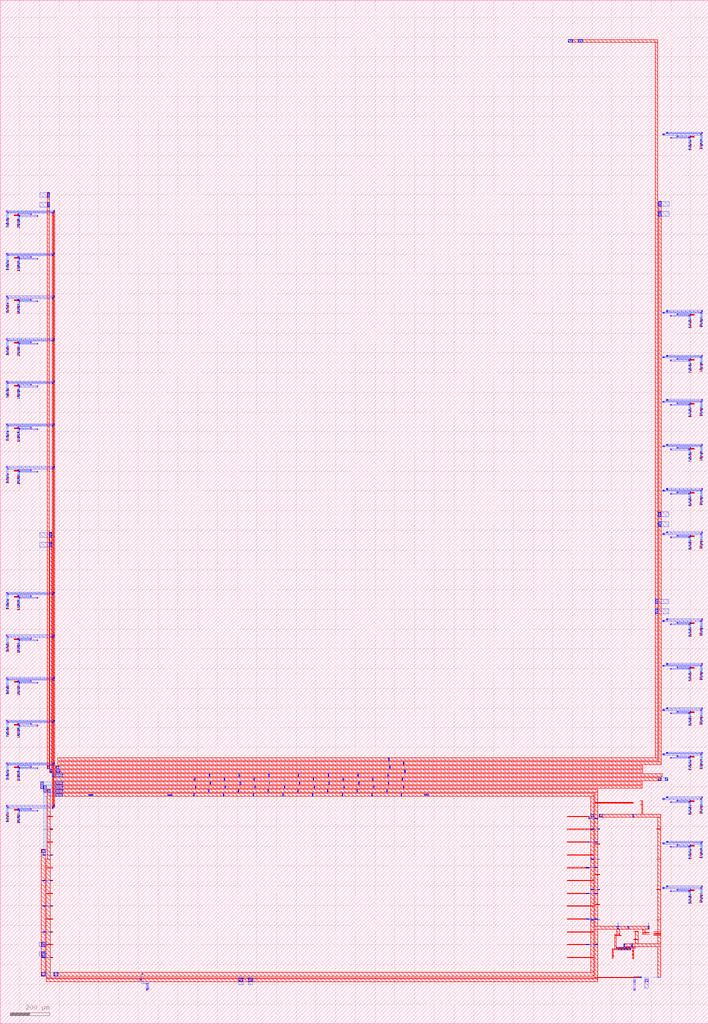
<source format=lef>
VERSION 5.7 ;
  NOWIREEXTENSIONATPIN ON ;
  DIVIDERCHAR "/" ;
  BUSBITCHARS "[]" ;
MACRO caravan_power_routing
  CLASS BLOCK ;
  FOREIGN caravan_power_routing ;
  ORIGIN 0.000 0.000 ;
  SIZE 3588.000 BY 5188.000 ;
  OBS
      LAYER met1 ;
        RECT 3240.520 233.690 3248.350 235.940 ;
        RECT 3240.520 232.990 3250.800 233.690 ;
        RECT 3240.520 232.950 3248.350 232.990 ;
      LAYER via ;
        RECT 3240.830 233.300 3248.040 235.620 ;
      LAYER met2 ;
        RECT 3240.520 232.950 3248.350 235.940 ;
      LAYER via2 ;
        RECT 3240.830 233.300 3248.040 235.620 ;
      LAYER met3 ;
        RECT 2878.500 4975.160 2902.395 4988.390 ;
        RECT 2928.390 4975.160 2952.290 4988.390 ;
        RECT 2878.810 4974.420 2901.920 4975.160 ;
        RECT 2928.790 4974.490 2951.900 4975.160 ;
        RECT 3376.330 4511.910 3559.020 4517.910 ;
        RECT 3358.050 4503.910 3552.950 4509.910 ;
        RECT 3429.570 4495.500 3499.990 4501.500 ;
        RECT 3396.620 4487.500 3494.020 4493.500 ;
        RECT 199.260 4188.390 250.010 4212.290 ;
        RECT 199.260 4138.495 250.010 4162.395 ;
        RECT 3335.860 4142.605 3389.090 4166.505 ;
        RECT 30.110 4114.910 277.300 4120.910 ;
        RECT 36.180 4106.910 269.080 4112.910 ;
        RECT 89.140 4098.500 158.310 4104.500 ;
        RECT 95.110 4090.500 191.260 4096.500 ;
        RECT 3335.860 4092.710 3389.090 4116.610 ;
        RECT 30.110 3898.910 277.300 3904.910 ;
        RECT 36.180 3890.910 269.080 3896.910 ;
        RECT 89.140 3882.500 158.310 3888.500 ;
        RECT 95.110 3874.500 191.260 3880.500 ;
        RECT 30.110 3682.910 277.300 3688.910 ;
        RECT 36.180 3674.910 269.080 3680.910 ;
        RECT 89.140 3666.500 158.310 3672.500 ;
        RECT 95.110 3658.500 191.260 3664.500 ;
        RECT 3376.380 3608.910 3559.070 3614.910 ;
        RECT 3358.100 3600.910 3553.000 3606.910 ;
        RECT 3429.620 3592.500 3500.040 3598.500 ;
        RECT 3396.670 3584.500 3494.070 3590.500 ;
        RECT 30.110 3466.910 277.300 3472.910 ;
        RECT 36.180 3458.910 269.080 3464.910 ;
        RECT 89.140 3450.500 158.310 3456.500 ;
        RECT 95.110 3442.500 191.260 3448.500 ;
        RECT 3376.380 3382.910 3559.070 3388.910 ;
        RECT 3358.100 3374.910 3553.000 3380.910 ;
        RECT 3429.620 3366.500 3500.040 3372.500 ;
        RECT 3396.670 3358.500 3494.070 3364.500 ;
        RECT 30.110 3250.910 277.300 3256.910 ;
        RECT 36.180 3242.910 269.080 3248.910 ;
        RECT 89.140 3234.500 158.310 3240.500 ;
        RECT 95.110 3226.500 191.260 3232.500 ;
        RECT 3376.380 3157.910 3559.070 3163.910 ;
        RECT 3358.100 3149.910 3553.000 3155.910 ;
        RECT 3429.620 3141.500 3500.040 3147.500 ;
        RECT 3396.670 3133.500 3494.070 3139.500 ;
        RECT 30.110 3034.910 277.300 3040.910 ;
        RECT 36.180 3026.910 269.080 3032.910 ;
        RECT 89.140 3018.500 158.310 3024.500 ;
        RECT 95.110 3010.500 191.260 3016.500 ;
        RECT 3376.380 2931.910 3559.070 2937.910 ;
        RECT 3358.100 2923.910 3553.000 2929.910 ;
        RECT 3429.620 2915.500 3500.040 2921.500 ;
        RECT 3396.670 2907.500 3494.070 2913.500 ;
        RECT 30.110 2818.910 277.300 2824.910 ;
        RECT 36.180 2810.910 269.080 2816.910 ;
        RECT 89.140 2802.500 158.310 2808.500 ;
        RECT 95.110 2794.500 191.260 2800.500 ;
        RECT 3376.380 2706.910 3559.070 2712.910 ;
        RECT 3358.100 2698.910 3553.000 2704.910 ;
        RECT 3429.620 2690.500 3500.040 2696.500 ;
        RECT 3396.670 2682.500 3494.070 2688.500 ;
        RECT 3335.310 2569.605 3388.500 2593.505 ;
        RECT 3335.310 2519.710 3388.500 2543.610 ;
        RECT 199.620 2465.390 261.460 2489.290 ;
        RECT 3376.380 2486.910 3559.070 2492.910 ;
        RECT 3358.100 2478.910 3553.000 2484.910 ;
        RECT 3429.620 2470.500 3500.040 2476.500 ;
        RECT 3396.670 2462.500 3494.070 2468.500 ;
        RECT 199.620 2415.495 261.460 2439.395 ;
        RECT 30.110 2180.910 277.300 2186.910 ;
        RECT 36.180 2172.910 269.080 2178.910 ;
        RECT 89.140 2164.500 158.310 2170.500 ;
        RECT 95.110 2156.500 191.260 2162.500 ;
        RECT 3319.570 2128.740 3388.560 2152.505 ;
        RECT 3319.570 2127.810 3335.550 2128.740 ;
        RECT 3319.570 2078.710 3388.560 2102.610 ;
        RECT 3376.380 2045.910 3559.070 2051.910 ;
        RECT 3358.100 2037.910 3553.000 2043.910 ;
        RECT 3429.620 2029.500 3500.040 2035.500 ;
        RECT 3396.670 2021.500 3494.070 2027.500 ;
        RECT 30.110 1964.910 277.300 1970.910 ;
        RECT 36.180 1956.910 269.080 1962.910 ;
        RECT 89.140 1948.500 158.310 1954.500 ;
        RECT 95.110 1940.500 191.260 1946.500 ;
        RECT 3376.380 1819.910 3559.070 1825.910 ;
        RECT 3358.100 1811.910 3553.000 1817.910 ;
        RECT 3429.620 1803.500 3500.040 1809.500 ;
        RECT 3396.670 1795.500 3494.070 1801.500 ;
        RECT 30.110 1748.910 277.300 1754.910 ;
        RECT 36.180 1740.910 269.080 1746.910 ;
        RECT 89.140 1732.500 158.310 1738.500 ;
        RECT 95.110 1724.500 191.260 1730.500 ;
        RECT 3376.380 1594.910 3559.070 1600.910 ;
        RECT 3358.100 1586.910 3553.000 1592.910 ;
        RECT 3429.620 1578.500 3500.040 1584.500 ;
        RECT 3396.670 1570.500 3494.070 1576.500 ;
        RECT 30.110 1532.910 277.300 1538.910 ;
        RECT 36.180 1524.910 269.080 1530.910 ;
        RECT 89.140 1516.500 158.310 1522.500 ;
        RECT 95.110 1508.500 191.260 1514.500 ;
        RECT 3376.380 1369.910 3559.070 1375.910 ;
        RECT 3358.100 1361.910 3553.000 1367.910 ;
        RECT 3429.620 1353.500 3500.040 1359.500 ;
        RECT 3396.670 1345.500 3494.070 1351.500 ;
        RECT 30.110 1316.910 277.300 1322.910 ;
        RECT 36.180 1308.910 269.080 1314.910 ;
        RECT 89.140 1300.500 158.310 1306.500 ;
        RECT 95.110 1292.500 191.260 1298.500 ;
        RECT 3376.380 1143.910 3559.070 1149.910 ;
        RECT 3358.100 1135.910 3553.000 1141.910 ;
        RECT 3429.620 1127.500 3500.040 1133.500 ;
        RECT 3396.670 1119.500 3494.070 1125.500 ;
        RECT 30.110 1100.910 277.300 1106.910 ;
        RECT 36.180 1092.910 269.080 1098.910 ;
        RECT 89.140 1084.500 158.310 1090.500 ;
        RECT 95.110 1076.500 191.260 1082.500 ;
        RECT 3376.380 918.910 3559.070 924.910 ;
        RECT 3358.100 910.910 3553.000 916.910 ;
        RECT 3429.620 902.500 3500.040 908.500 ;
        RECT 3396.670 894.500 3494.070 900.500 ;
        RECT 3376.380 692.910 3559.070 698.910 ;
        RECT 3358.100 684.910 3553.000 690.910 ;
        RECT 3429.620 676.500 3500.040 682.500 ;
        RECT 3396.670 668.500 3494.070 674.500 ;
        RECT 197.280 390.755 229.220 413.720 ;
        RECT 197.280 341.280 229.220 364.500 ;
        RECT 740.340 169.500 744.630 203.910 ;
        RECT 748.000 175.570 752.290 206.035 ;
        RECT 1208.450 197.130 1230.245 233.430 ;
        RECT 1256.500 197.130 1278.510 233.430 ;
        RECT 3240.520 232.950 3248.350 235.940 ;
        RECT 3209.770 169.600 3218.470 220.130 ;
        RECT 3267.310 179.040 3284.550 225.780 ;
      LAYER via3 ;
        RECT 3376.990 4512.240 3382.400 4517.730 ;
        RECT 3554.870 4512.120 3558.370 4517.690 ;
        RECT 3358.460 4504.150 3363.870 4509.640 ;
        RECT 3548.880 4504.140 3552.380 4509.710 ;
        RECT 3430.010 4495.770 3433.780 4501.160 ;
        RECT 3495.950 4495.680 3499.700 4501.340 ;
        RECT 3397.280 4487.900 3401.090 4493.320 ;
        RECT 3489.930 4487.690 3493.680 4493.350 ;
        RECT 239.540 4189.000 248.470 4211.620 ;
        RECT 239.540 4139.340 248.470 4161.960 ;
        RECT 3336.420 4143.150 3348.660 4166.030 ;
        RECT 30.760 4115.120 34.260 4120.690 ;
        RECT 271.230 4115.240 276.640 4120.730 ;
        RECT 36.750 4107.140 40.250 4112.710 ;
        RECT 263.260 4107.150 268.670 4112.640 ;
        RECT 89.430 4098.680 93.180 4104.340 ;
        RECT 154.100 4098.770 157.870 4104.160 ;
        RECT 95.450 4090.690 99.200 4096.350 ;
        RECT 186.790 4090.900 190.600 4096.320 ;
        RECT 3336.350 4093.180 3348.590 4116.060 ;
        RECT 30.760 3899.120 34.260 3904.690 ;
        RECT 271.230 3899.240 276.640 3904.730 ;
        RECT 36.750 3891.140 40.250 3896.710 ;
        RECT 263.260 3891.150 268.670 3896.640 ;
        RECT 89.430 3882.680 93.180 3888.340 ;
        RECT 154.100 3882.770 157.870 3888.160 ;
        RECT 95.450 3874.690 99.200 3880.350 ;
        RECT 186.790 3874.900 190.600 3880.320 ;
        RECT 30.760 3683.120 34.260 3688.690 ;
        RECT 271.230 3683.240 276.640 3688.730 ;
        RECT 36.750 3675.140 40.250 3680.710 ;
        RECT 263.260 3675.150 268.670 3680.640 ;
        RECT 89.430 3666.680 93.180 3672.340 ;
        RECT 154.100 3666.770 157.870 3672.160 ;
        RECT 95.450 3658.690 99.200 3664.350 ;
        RECT 186.790 3658.900 190.600 3664.320 ;
        RECT 3377.040 3609.240 3382.450 3614.730 ;
        RECT 3554.920 3609.120 3558.420 3614.690 ;
        RECT 3358.510 3601.150 3363.920 3606.640 ;
        RECT 3548.930 3601.140 3552.430 3606.710 ;
        RECT 3430.060 3592.770 3433.830 3598.160 ;
        RECT 3496.000 3592.680 3499.750 3598.340 ;
        RECT 3397.330 3584.900 3401.140 3590.320 ;
        RECT 3489.980 3584.690 3493.730 3590.350 ;
        RECT 30.760 3467.120 34.260 3472.690 ;
        RECT 271.230 3467.240 276.640 3472.730 ;
        RECT 36.750 3459.140 40.250 3464.710 ;
        RECT 263.260 3459.150 268.670 3464.640 ;
        RECT 89.430 3450.680 93.180 3456.340 ;
        RECT 154.100 3450.770 157.870 3456.160 ;
        RECT 95.450 3442.690 99.200 3448.350 ;
        RECT 186.790 3442.900 190.600 3448.320 ;
        RECT 3377.040 3383.240 3382.450 3388.730 ;
        RECT 3554.920 3383.120 3558.420 3388.690 ;
        RECT 3358.510 3375.150 3363.920 3380.640 ;
        RECT 3548.930 3375.140 3552.430 3380.710 ;
        RECT 3430.060 3366.770 3433.830 3372.160 ;
        RECT 3496.000 3366.680 3499.750 3372.340 ;
        RECT 3397.330 3358.900 3401.140 3364.320 ;
        RECT 3489.980 3358.690 3493.730 3364.350 ;
        RECT 30.760 3251.120 34.260 3256.690 ;
        RECT 271.230 3251.240 276.640 3256.730 ;
        RECT 36.750 3243.140 40.250 3248.710 ;
        RECT 263.260 3243.150 268.670 3248.640 ;
        RECT 89.430 3234.680 93.180 3240.340 ;
        RECT 154.100 3234.770 157.870 3240.160 ;
        RECT 95.450 3226.690 99.200 3232.350 ;
        RECT 186.790 3226.900 190.600 3232.320 ;
        RECT 3377.040 3158.240 3382.450 3163.730 ;
        RECT 3554.920 3158.120 3558.420 3163.690 ;
        RECT 3358.510 3150.150 3363.920 3155.640 ;
        RECT 3548.930 3150.140 3552.430 3155.710 ;
        RECT 3430.060 3141.770 3433.830 3147.160 ;
        RECT 3496.000 3141.680 3499.750 3147.340 ;
        RECT 3397.330 3133.900 3401.140 3139.320 ;
        RECT 3489.980 3133.690 3493.730 3139.350 ;
        RECT 30.760 3035.120 34.260 3040.690 ;
        RECT 271.230 3035.240 276.640 3040.730 ;
        RECT 36.750 3027.140 40.250 3032.710 ;
        RECT 263.260 3027.150 268.670 3032.640 ;
        RECT 89.430 3018.680 93.180 3024.340 ;
        RECT 154.100 3018.770 157.870 3024.160 ;
        RECT 95.450 3010.690 99.200 3016.350 ;
        RECT 186.790 3010.900 190.600 3016.320 ;
        RECT 3377.040 2932.240 3382.450 2937.730 ;
        RECT 3554.920 2932.120 3558.420 2937.690 ;
        RECT 3358.510 2924.150 3363.920 2929.640 ;
        RECT 3548.930 2924.140 3552.430 2929.710 ;
        RECT 3430.060 2915.770 3433.830 2921.160 ;
        RECT 3496.000 2915.680 3499.750 2921.340 ;
        RECT 3397.330 2907.900 3401.140 2913.320 ;
        RECT 3489.980 2907.690 3493.730 2913.350 ;
        RECT 30.760 2819.120 34.260 2824.690 ;
        RECT 271.230 2819.240 276.640 2824.730 ;
        RECT 36.750 2811.140 40.250 2816.710 ;
        RECT 263.260 2811.150 268.670 2816.640 ;
        RECT 89.430 2802.680 93.180 2808.340 ;
        RECT 154.100 2802.770 157.870 2808.160 ;
        RECT 95.450 2794.690 99.200 2800.350 ;
        RECT 186.790 2794.900 190.600 2800.320 ;
        RECT 3377.040 2707.240 3382.450 2712.730 ;
        RECT 3554.920 2707.120 3558.420 2712.690 ;
        RECT 3358.510 2699.150 3363.920 2704.640 ;
        RECT 3548.930 2699.140 3552.430 2704.710 ;
        RECT 3430.060 2690.770 3433.830 2696.160 ;
        RECT 3496.000 2690.680 3499.750 2696.340 ;
        RECT 3397.330 2682.900 3401.140 2688.320 ;
        RECT 3489.980 2682.690 3493.730 2688.350 ;
        RECT 3336.680 2570.280 3348.530 2592.910 ;
        RECT 3336.750 2520.330 3348.600 2542.960 ;
        RECT 251.820 2466.250 260.460 2488.660 ;
        RECT 3377.040 2487.240 3382.450 2492.730 ;
        RECT 3554.920 2487.120 3558.420 2492.690 ;
        RECT 3358.510 2479.150 3363.920 2484.640 ;
        RECT 3548.930 2479.140 3552.430 2484.710 ;
        RECT 3430.060 2470.770 3433.830 2476.160 ;
        RECT 3496.000 2470.680 3499.750 2476.340 ;
        RECT 3397.330 2462.900 3401.140 2468.320 ;
        RECT 3489.980 2462.690 3493.730 2468.350 ;
        RECT 251.760 2416.300 260.400 2438.710 ;
        RECT 30.760 2181.120 34.260 2186.690 ;
        RECT 271.230 2181.240 276.640 2186.730 ;
        RECT 36.750 2173.140 40.250 2178.710 ;
        RECT 263.260 2173.150 268.670 2178.640 ;
        RECT 89.430 2164.680 93.180 2170.340 ;
        RECT 154.100 2164.770 157.870 2170.160 ;
        RECT 95.450 2156.690 99.200 2162.350 ;
        RECT 186.790 2156.900 190.600 2162.320 ;
        RECT 3320.670 2128.420 3332.700 2151.950 ;
        RECT 3320.560 2079.280 3332.640 2102.310 ;
        RECT 3377.040 2046.240 3382.450 2051.730 ;
        RECT 3554.920 2046.120 3558.420 2051.690 ;
        RECT 3358.510 2038.150 3363.920 2043.640 ;
        RECT 3548.930 2038.140 3552.430 2043.710 ;
        RECT 3430.060 2029.770 3433.830 2035.160 ;
        RECT 3496.000 2029.680 3499.750 2035.340 ;
        RECT 3397.330 2021.900 3401.140 2027.320 ;
        RECT 3489.980 2021.690 3493.730 2027.350 ;
        RECT 30.760 1965.120 34.260 1970.690 ;
        RECT 271.230 1965.240 276.640 1970.730 ;
        RECT 36.750 1957.140 40.250 1962.710 ;
        RECT 263.260 1957.150 268.670 1962.640 ;
        RECT 89.430 1948.680 93.180 1954.340 ;
        RECT 154.100 1948.770 157.870 1954.160 ;
        RECT 95.450 1940.690 99.200 1946.350 ;
        RECT 186.790 1940.900 190.600 1946.320 ;
        RECT 3377.040 1820.240 3382.450 1825.730 ;
        RECT 3554.920 1820.120 3558.420 1825.690 ;
        RECT 3358.510 1812.150 3363.920 1817.640 ;
        RECT 3548.930 1812.140 3552.430 1817.710 ;
        RECT 3430.060 1803.770 3433.830 1809.160 ;
        RECT 3496.000 1803.680 3499.750 1809.340 ;
        RECT 3397.330 1795.900 3401.140 1801.320 ;
        RECT 3489.980 1795.690 3493.730 1801.350 ;
        RECT 30.760 1749.120 34.260 1754.690 ;
        RECT 271.230 1749.240 276.640 1754.730 ;
        RECT 36.750 1741.140 40.250 1746.710 ;
        RECT 263.260 1741.150 268.670 1746.640 ;
        RECT 89.430 1732.680 93.180 1738.340 ;
        RECT 154.100 1732.770 157.870 1738.160 ;
        RECT 95.450 1724.690 99.200 1730.350 ;
        RECT 186.790 1724.900 190.600 1730.320 ;
        RECT 3377.040 1595.240 3382.450 1600.730 ;
        RECT 3554.920 1595.120 3558.420 1600.690 ;
        RECT 3358.510 1587.150 3363.920 1592.640 ;
        RECT 3548.930 1587.140 3552.430 1592.710 ;
        RECT 3430.060 1578.770 3433.830 1584.160 ;
        RECT 3496.000 1578.680 3499.750 1584.340 ;
        RECT 3397.330 1570.900 3401.140 1576.320 ;
        RECT 3489.980 1570.690 3493.730 1576.350 ;
        RECT 30.760 1533.120 34.260 1538.690 ;
        RECT 271.230 1533.240 276.640 1538.730 ;
        RECT 36.750 1525.140 40.250 1530.710 ;
        RECT 263.260 1525.150 268.670 1530.640 ;
        RECT 89.430 1516.680 93.180 1522.340 ;
        RECT 154.100 1516.770 157.870 1522.160 ;
        RECT 95.450 1508.690 99.200 1514.350 ;
        RECT 186.790 1508.900 190.600 1514.320 ;
        RECT 3377.040 1370.240 3382.450 1375.730 ;
        RECT 3554.920 1370.120 3558.420 1375.690 ;
        RECT 3358.510 1362.150 3363.920 1367.640 ;
        RECT 3548.930 1362.140 3552.430 1367.710 ;
        RECT 3430.060 1353.770 3433.830 1359.160 ;
        RECT 3496.000 1353.680 3499.750 1359.340 ;
        RECT 3397.330 1345.900 3401.140 1351.320 ;
        RECT 3489.980 1345.690 3493.730 1351.350 ;
        RECT 30.760 1317.120 34.260 1322.690 ;
        RECT 271.230 1317.240 276.640 1322.730 ;
        RECT 36.750 1309.140 40.250 1314.710 ;
        RECT 263.260 1309.150 268.670 1314.640 ;
        RECT 89.430 1300.680 93.180 1306.340 ;
        RECT 154.100 1300.770 157.870 1306.160 ;
        RECT 95.450 1292.690 99.200 1298.350 ;
        RECT 186.790 1292.900 190.600 1298.320 ;
        RECT 3377.040 1144.240 3382.450 1149.730 ;
        RECT 3554.920 1144.120 3558.420 1149.690 ;
        RECT 3358.510 1136.150 3363.920 1141.640 ;
        RECT 3548.930 1136.140 3552.430 1141.710 ;
        RECT 3430.060 1127.770 3433.830 1133.160 ;
        RECT 3496.000 1127.680 3499.750 1133.340 ;
        RECT 3397.330 1119.900 3401.140 1125.320 ;
        RECT 3489.980 1119.690 3493.730 1125.350 ;
        RECT 30.760 1101.120 34.260 1106.690 ;
        RECT 271.230 1101.240 276.640 1106.730 ;
        RECT 36.750 1093.140 40.250 1098.710 ;
        RECT 263.260 1093.150 268.670 1098.640 ;
        RECT 89.430 1084.680 93.180 1090.340 ;
        RECT 154.100 1084.770 157.870 1090.160 ;
        RECT 95.450 1076.690 99.200 1082.350 ;
        RECT 186.790 1076.900 190.600 1082.320 ;
        RECT 3377.040 919.240 3382.450 924.730 ;
        RECT 3554.920 919.120 3558.420 924.690 ;
        RECT 3358.510 911.150 3363.920 916.640 ;
        RECT 3548.930 911.140 3552.430 916.710 ;
        RECT 3430.060 902.770 3433.830 908.160 ;
        RECT 3496.000 902.680 3499.750 908.340 ;
        RECT 3397.330 894.900 3401.140 900.320 ;
        RECT 3489.980 894.690 3493.730 900.350 ;
        RECT 3377.040 693.240 3382.450 698.730 ;
        RECT 3554.920 693.120 3558.420 698.690 ;
        RECT 3358.510 685.150 3363.920 690.640 ;
        RECT 3548.930 685.140 3552.430 690.710 ;
        RECT 3430.060 676.770 3433.830 682.160 ;
        RECT 3496.000 676.680 3499.750 682.340 ;
        RECT 3397.330 668.900 3401.140 674.320 ;
        RECT 3489.980 668.690 3493.730 674.350 ;
        RECT 209.730 391.210 228.360 413.530 ;
        RECT 209.610 341.690 228.240 364.010 ;
        RECT 1208.700 214.210 1229.930 233.080 ;
        RECT 748.090 204.940 752.200 205.740 ;
        RECT 740.430 202.960 744.540 203.760 ;
        RECT 1256.960 214.280 1278.190 233.150 ;
        RECT 3240.830 233.300 3248.040 235.620 ;
        RECT 3209.970 210.990 3218.300 219.940 ;
        RECT 748.160 175.830 752.180 179.980 ;
        RECT 740.490 169.790 744.510 173.940 ;
        RECT 3267.890 213.170 3283.860 225.130 ;
        RECT 3210.130 169.940 3218.170 173.800 ;
      LAYER met4 ;
        RECT 2878.400 4974.020 2902.390 4987.310 ;
        RECT 2928.350 4974.020 2952.340 4987.310 ;
        RECT 3376.680 4511.870 3382.710 4517.940 ;
        RECT 3358.200 4503.870 3364.230 4509.940 ;
        RECT 3430.010 4495.770 3433.780 4501.160 ;
        RECT 3397.280 4487.900 3401.090 4493.320 ;
        RECT 3489.780 4429.740 3493.780 4494.660 ;
        RECT 3495.780 4438.110 3499.780 4501.550 ;
        RECT 3548.600 4443.380 3552.600 4510.210 ;
        RECT 3554.600 4434.730 3558.600 4518.350 ;
        RECT 238.960 4188.290 249.110 4212.310 ;
        RECT 238.960 4138.510 249.110 4162.530 ;
        RECT 3336.010 4142.600 3349.010 4166.550 ;
        RECT 30.530 4037.730 34.530 4121.350 ;
        RECT 270.920 4114.870 276.950 4120.940 ;
        RECT 36.530 4046.380 40.530 4113.210 ;
        RECT 262.900 4106.870 268.930 4112.940 ;
        RECT 89.350 4041.110 93.350 4104.550 ;
        RECT 154.100 4098.770 157.870 4104.160 ;
        RECT 95.350 4032.740 99.350 4097.660 ;
        RECT 186.790 4090.900 190.600 4096.320 ;
        RECT 3336.070 4092.730 3349.070 4116.680 ;
        RECT 30.530 3821.730 34.530 3905.350 ;
        RECT 270.920 3898.870 276.950 3904.940 ;
        RECT 36.530 3830.380 40.530 3897.210 ;
        RECT 262.900 3890.870 268.930 3896.940 ;
        RECT 89.350 3825.110 93.350 3888.550 ;
        RECT 154.100 3882.770 157.870 3888.160 ;
        RECT 95.350 3816.740 99.350 3881.660 ;
        RECT 186.790 3874.900 190.600 3880.320 ;
        RECT 30.530 3605.730 34.530 3689.350 ;
        RECT 270.920 3682.870 276.950 3688.940 ;
        RECT 36.530 3614.380 40.530 3681.210 ;
        RECT 262.900 3674.870 268.930 3680.940 ;
        RECT 89.350 3609.110 93.350 3672.550 ;
        RECT 154.100 3666.770 157.870 3672.160 ;
        RECT 95.350 3600.740 99.350 3665.660 ;
        RECT 186.790 3658.900 190.600 3664.320 ;
        RECT 3376.730 3608.870 3382.760 3614.940 ;
        RECT 3358.250 3600.870 3364.280 3606.940 ;
        RECT 3430.060 3592.770 3433.830 3598.160 ;
        RECT 3397.330 3584.900 3401.140 3590.320 ;
        RECT 3489.830 3526.740 3493.830 3591.660 ;
        RECT 3495.830 3535.110 3499.830 3598.550 ;
        RECT 3548.650 3540.380 3552.650 3607.210 ;
        RECT 3554.650 3531.730 3558.650 3615.350 ;
        RECT 30.530 3389.730 34.530 3473.350 ;
        RECT 270.920 3466.870 276.950 3472.940 ;
        RECT 36.530 3398.380 40.530 3465.210 ;
        RECT 262.900 3458.870 268.930 3464.940 ;
        RECT 89.350 3393.110 93.350 3456.550 ;
        RECT 154.100 3450.770 157.870 3456.160 ;
        RECT 95.350 3384.740 99.350 3449.660 ;
        RECT 186.790 3442.900 190.600 3448.320 ;
        RECT 3376.730 3382.870 3382.760 3388.940 ;
        RECT 3358.250 3374.870 3364.280 3380.940 ;
        RECT 3430.060 3366.770 3433.830 3372.160 ;
        RECT 3397.330 3358.900 3401.140 3364.320 ;
        RECT 3489.830 3300.740 3493.830 3365.660 ;
        RECT 3495.830 3309.110 3499.830 3372.550 ;
        RECT 3548.650 3314.380 3552.650 3381.210 ;
        RECT 3554.650 3305.730 3558.650 3389.350 ;
        RECT 30.530 3173.730 34.530 3257.350 ;
        RECT 270.920 3250.870 276.950 3256.940 ;
        RECT 36.530 3182.380 40.530 3249.210 ;
        RECT 262.900 3242.870 268.930 3248.940 ;
        RECT 89.350 3177.110 93.350 3240.550 ;
        RECT 154.100 3234.770 157.870 3240.160 ;
        RECT 95.350 3168.740 99.350 3233.660 ;
        RECT 186.790 3226.900 190.600 3232.320 ;
        RECT 3376.730 3157.870 3382.760 3163.940 ;
        RECT 3358.250 3149.870 3364.280 3155.940 ;
        RECT 3430.060 3141.770 3433.830 3147.160 ;
        RECT 3397.330 3133.900 3401.140 3139.320 ;
        RECT 3489.830 3075.740 3493.830 3140.660 ;
        RECT 3495.830 3084.110 3499.830 3147.550 ;
        RECT 3548.650 3089.380 3552.650 3156.210 ;
        RECT 3554.650 3080.730 3558.650 3164.350 ;
        RECT 30.530 2957.730 34.530 3041.350 ;
        RECT 270.920 3034.870 276.950 3040.940 ;
        RECT 36.530 2966.380 40.530 3033.210 ;
        RECT 262.900 3026.870 268.930 3032.940 ;
        RECT 89.350 2961.110 93.350 3024.550 ;
        RECT 154.100 3018.770 157.870 3024.160 ;
        RECT 95.350 2952.740 99.350 3017.660 ;
        RECT 186.790 3010.900 190.600 3016.320 ;
        RECT 3376.730 2931.870 3382.760 2937.940 ;
        RECT 3358.250 2923.870 3364.280 2929.940 ;
        RECT 3430.060 2915.770 3433.830 2921.160 ;
        RECT 3397.330 2907.900 3401.140 2913.320 ;
        RECT 3489.830 2849.740 3493.830 2914.660 ;
        RECT 3495.830 2858.110 3499.830 2921.550 ;
        RECT 3548.650 2863.380 3552.650 2930.210 ;
        RECT 3554.650 2854.730 3558.650 2938.350 ;
        RECT 30.530 2741.730 34.530 2825.350 ;
        RECT 270.920 2818.870 276.950 2824.940 ;
        RECT 36.530 2750.380 40.530 2817.210 ;
        RECT 262.900 2810.870 268.930 2816.940 ;
        RECT 89.350 2745.110 93.350 2808.550 ;
        RECT 154.100 2802.770 157.870 2808.160 ;
        RECT 95.350 2736.740 99.350 2801.660 ;
        RECT 186.790 2794.900 190.600 2800.320 ;
        RECT 3376.730 2706.870 3382.760 2712.940 ;
        RECT 3358.250 2698.870 3364.280 2704.940 ;
        RECT 3430.060 2690.770 3433.830 2696.160 ;
        RECT 3397.330 2682.900 3401.140 2688.320 ;
        RECT 3489.830 2624.740 3493.830 2689.660 ;
        RECT 3495.830 2633.110 3499.830 2696.550 ;
        RECT 3548.650 2638.380 3552.650 2705.210 ;
        RECT 3554.650 2629.730 3558.650 2713.350 ;
        RECT 3336.030 2569.600 3349.070 2593.480 ;
        RECT 3336.090 2519.750 3349.130 2543.630 ;
        RECT 250.860 2465.420 260.980 2489.370 ;
        RECT 3376.730 2486.870 3382.760 2492.940 ;
        RECT 3358.250 2478.870 3364.280 2484.940 ;
        RECT 3430.060 2470.770 3433.830 2476.160 ;
        RECT 3397.330 2462.900 3401.140 2468.320 ;
        RECT 250.990 2415.470 261.110 2439.420 ;
        RECT 3489.830 2404.740 3493.830 2469.660 ;
        RECT 3495.830 2413.110 3499.830 2476.550 ;
        RECT 3548.650 2418.380 3552.650 2485.210 ;
        RECT 3554.650 2409.730 3558.650 2493.350 ;
        RECT 30.530 2103.730 34.530 2187.350 ;
        RECT 270.920 2180.870 276.950 2186.940 ;
        RECT 36.530 2112.380 40.530 2179.210 ;
        RECT 262.900 2172.870 268.930 2178.940 ;
        RECT 89.350 2107.110 93.350 2170.550 ;
        RECT 154.100 2164.770 157.870 2170.160 ;
        RECT 95.350 2098.740 99.350 2163.660 ;
        RECT 186.790 2156.900 190.600 2162.320 ;
        RECT 3320.040 2127.860 3333.060 2152.450 ;
        RECT 3320.090 2078.800 3333.170 2102.620 ;
        RECT 3376.730 2045.870 3382.760 2051.940 ;
        RECT 3358.250 2037.870 3364.280 2043.940 ;
        RECT 3430.060 2029.770 3433.830 2035.160 ;
        RECT 3397.330 2021.900 3401.140 2027.320 ;
        RECT 30.530 1887.730 34.530 1971.350 ;
        RECT 270.920 1964.870 276.950 1970.940 ;
        RECT 3489.830 1963.740 3493.830 2028.660 ;
        RECT 3495.830 1972.110 3499.830 2035.550 ;
        RECT 3548.650 1977.380 3552.650 2044.210 ;
        RECT 3554.650 1968.730 3558.650 2052.350 ;
        RECT 36.530 1896.380 40.530 1963.210 ;
        RECT 262.900 1956.870 268.930 1962.940 ;
        RECT 89.350 1891.110 93.350 1954.550 ;
        RECT 154.100 1948.770 157.870 1954.160 ;
        RECT 95.350 1882.740 99.350 1947.660 ;
        RECT 186.790 1940.900 190.600 1946.320 ;
        RECT 3376.730 1819.870 3382.760 1825.940 ;
        RECT 3358.250 1811.870 3364.280 1817.940 ;
        RECT 3430.060 1803.770 3433.830 1809.160 ;
        RECT 3397.330 1795.900 3401.140 1801.320 ;
        RECT 30.530 1671.730 34.530 1755.350 ;
        RECT 270.920 1748.870 276.950 1754.940 ;
        RECT 36.530 1680.380 40.530 1747.210 ;
        RECT 262.900 1740.870 268.930 1746.940 ;
        RECT 89.350 1675.110 93.350 1738.550 ;
        RECT 154.100 1732.770 157.870 1738.160 ;
        RECT 3489.830 1737.740 3493.830 1802.660 ;
        RECT 3495.830 1746.110 3499.830 1809.550 ;
        RECT 3548.650 1751.380 3552.650 1818.210 ;
        RECT 3554.650 1742.730 3558.650 1826.350 ;
        RECT 95.350 1666.740 99.350 1731.660 ;
        RECT 186.790 1724.900 190.600 1730.320 ;
        RECT 3376.730 1594.870 3382.760 1600.940 ;
        RECT 3358.250 1586.870 3364.280 1592.940 ;
        RECT 3430.060 1578.770 3433.830 1584.160 ;
        RECT 3397.330 1570.900 3401.140 1576.320 ;
        RECT 30.530 1455.730 34.530 1539.350 ;
        RECT 270.920 1532.870 276.950 1538.940 ;
        RECT 36.530 1464.380 40.530 1531.210 ;
        RECT 262.900 1524.870 268.930 1530.940 ;
        RECT 89.350 1459.110 93.350 1522.550 ;
        RECT 154.100 1516.770 157.870 1522.160 ;
        RECT 95.350 1450.740 99.350 1515.660 ;
        RECT 186.790 1508.900 190.600 1514.320 ;
        RECT 3489.830 1512.740 3493.830 1577.660 ;
        RECT 3495.830 1521.110 3499.830 1584.550 ;
        RECT 3548.650 1526.380 3552.650 1593.210 ;
        RECT 3554.650 1517.730 3558.650 1601.350 ;
        RECT 3376.730 1369.870 3382.760 1375.940 ;
        RECT 3358.250 1361.870 3364.280 1367.940 ;
        RECT 3430.060 1353.770 3433.830 1359.160 ;
        RECT 1967.210 1332.370 1971.140 1347.350 ;
        RECT 3397.330 1345.900 3401.140 1351.320 ;
        RECT 30.530 1239.730 34.530 1323.350 ;
        RECT 270.920 1316.870 276.950 1322.940 ;
        RECT 36.530 1248.380 40.530 1315.210 ;
        RECT 262.900 1308.870 268.930 1314.940 ;
        RECT 1970.220 1311.040 1971.120 1332.370 ;
        RECT 2045.470 1327.310 2046.370 1327.380 ;
        RECT 2042.330 1314.270 2046.370 1327.310 ;
        RECT 2045.470 1311.220 2046.370 1314.270 ;
        RECT 89.350 1243.110 93.350 1306.550 ;
        RECT 154.100 1300.770 157.870 1306.160 ;
        RECT 95.350 1234.740 99.350 1299.660 ;
        RECT 186.790 1292.900 190.600 1298.320 ;
        RECT 238.850 1292.330 297.350 1307.330 ;
        RECT 1972.520 1292.340 1977.030 1307.250 ;
        RECT 3489.830 1287.740 3493.830 1352.660 ;
        RECT 3495.830 1296.110 3499.830 1359.550 ;
        RECT 3548.650 1301.380 3552.650 1368.210 ;
        RECT 3554.650 1292.730 3558.650 1376.350 ;
        RECT 250.850 1272.330 302.940 1287.330 ;
        RECT 2048.430 1272.260 2054.040 1287.350 ;
        RECT 262.890 1252.330 316.460 1267.330 ;
        RECT 1058.560 1252.350 1063.050 1267.360 ;
        RECT 1209.060 1252.350 1213.550 1267.360 ;
        RECT 1361.160 1252.350 1363.100 1267.360 ;
        RECT 1510.810 1252.350 1513.570 1267.360 ;
        RECT 1660.560 1252.350 1665.050 1267.360 ;
        RECT 1811.060 1252.350 1815.550 1267.360 ;
        RECT 1962.860 1252.350 1965.550 1267.360 ;
        RECT 983.380 1232.340 988.090 1247.320 ;
        RECT 1133.880 1232.340 1138.590 1247.320 ;
        RECT 1284.380 1232.340 1289.090 1247.320 ;
        RECT 1435.780 1233.950 1438.290 1247.320 ;
        RECT 1586.770 1232.340 1589.010 1246.620 ;
        RECT 1735.880 1232.340 1740.590 1247.320 ;
        RECT 1885.880 1232.340 1890.590 1247.320 ;
        RECT 2035.880 1232.340 2040.590 1247.320 ;
        RECT 3334.450 1232.330 3383.350 1247.380 ;
        RECT 204.920 1212.330 317.170 1227.330 ;
        RECT 204.920 1191.330 218.060 1212.330 ;
        RECT 1062.840 1212.320 1067.700 1227.310 ;
        RECT 1213.340 1212.320 1218.200 1227.310 ;
        RECT 1364.910 1212.320 1366.570 1227.310 ;
        RECT 1515.840 1212.320 1517.300 1227.310 ;
        RECT 1664.840 1212.320 1669.700 1227.310 ;
        RECT 1815.340 1212.320 1820.200 1227.310 ;
        RECT 1966.050 1212.320 1969.000 1227.310 ;
        RECT 220.980 1192.330 317.170 1207.330 ;
        RECT 987.710 1192.400 991.990 1207.350 ;
        RECT 1138.210 1192.400 1142.490 1207.350 ;
        RECT 1288.710 1192.400 1292.990 1207.350 ;
        RECT 1440.340 1192.400 1442.830 1207.350 ;
        RECT 1591.130 1192.400 1592.870 1207.350 ;
        RECT 1740.210 1192.400 1744.490 1207.350 ;
        RECT 1890.210 1192.400 1894.490 1207.350 ;
        RECT 2042.050 1192.400 2043.670 1207.350 ;
        RECT 220.980 1172.330 234.010 1192.330 ;
        RECT 238.930 1172.330 316.250 1187.330 ;
        RECT 1054.330 1172.240 1059.070 1187.370 ;
        RECT 1204.830 1172.240 1209.570 1187.370 ;
        RECT 1356.720 1172.240 1360.070 1187.370 ;
        RECT 1507.570 1172.240 1510.570 1186.450 ;
        RECT 1657.070 1172.240 1661.070 1187.370 ;
        RECT 1806.830 1172.240 1811.570 1187.370 ;
        RECT 1959.170 1172.240 1961.570 1187.370 ;
        RECT 220.930 1152.330 315.800 1167.330 ;
        RECT 448.880 1161.930 450.480 1168.010 ;
        RECT 468.880 1161.930 470.480 1168.010 ;
        RECT 448.880 1156.330 470.480 1161.930 ;
        RECT 848.880 1161.690 850.480 1168.190 ;
        RECT 868.880 1161.690 870.480 1168.060 ;
        RECT 848.880 1156.510 870.480 1161.690 ;
        RECT 979.940 1152.330 983.080 1167.320 ;
        RECT 1130.440 1152.330 1133.580 1167.320 ;
        RECT 1280.940 1152.330 1284.080 1167.320 ;
        RECT 1431.440 1152.330 1434.580 1167.320 ;
        RECT 1581.940 1152.330 1585.080 1167.320 ;
        RECT 1732.440 1152.330 1735.580 1167.320 ;
        RECT 1882.440 1152.330 1885.580 1167.320 ;
        RECT 2033.300 1152.330 2035.580 1167.320 ;
        RECT 2148.880 1162.600 2150.480 1168.060 ;
        RECT 2168.880 1162.600 2170.480 1168.060 ;
        RECT 2148.880 1156.960 2170.480 1162.600 ;
        RECT 30.530 1023.730 34.530 1107.350 ;
        RECT 36.530 1032.380 40.530 1099.210 ;
        RECT 89.350 1027.110 93.350 1090.550 ;
        RECT 154.100 1084.770 157.870 1090.160 ;
        RECT 95.350 1018.740 99.350 1083.660 ;
        RECT 186.790 1076.900 190.600 1082.320 ;
        RECT 220.990 987.490 233.990 1152.330 ;
        RECT 3376.730 1143.870 3382.760 1149.940 ;
        RECT 3358.250 1135.870 3364.280 1141.940 ;
        RECT 3430.060 1127.770 3433.830 1133.160 ;
        RECT 3397.330 1119.900 3401.140 1125.320 ;
        RECT 270.920 1100.870 276.950 1106.940 ;
        RECT 262.900 1092.870 268.930 1098.940 ;
        RECT 2991.840 1047.520 3054.810 1062.520 ;
        RECT 3205.220 1047.640 3210.540 1062.300 ;
        RECT 3489.830 1061.740 3493.830 1126.660 ;
        RECT 3495.830 1070.110 3499.830 1133.550 ;
        RECT 3548.650 1075.380 3552.650 1142.210 ;
        RECT 3554.650 1066.730 3558.650 1150.350 ;
        RECT 2981.310 1039.310 3026.940 1042.510 ;
        RECT 3053.210 1038.460 3054.810 1047.520 ;
        RECT 3206.810 1038.420 3208.410 1047.640 ;
        RECT 2992.480 987.640 3005.870 989.380 ;
        RECT 220.990 984.290 261.720 987.490 ;
        RECT 2992.480 986.040 3034.880 987.640 ;
        RECT 2992.480 984.960 3005.870 986.040 ;
        RECT 220.990 883.710 233.990 984.290 ;
        RECT 2980.360 919.310 3026.940 922.510 ;
        RECT 3376.730 918.870 3382.760 924.940 ;
        RECT 3358.250 910.870 3364.280 916.940 ;
        RECT 3430.060 902.770 3433.830 908.160 ;
        RECT 3397.330 894.900 3401.140 900.320 ;
        RECT 209.320 865.630 233.990 883.710 ;
        RECT 213.230 854.290 261.230 857.490 ;
        RECT 3489.830 836.740 3493.830 901.660 ;
        RECT 3495.830 845.110 3499.830 908.550 ;
        RECT 3548.650 850.380 3552.650 917.210 ;
        RECT 3554.650 841.730 3558.650 925.350 ;
        RECT 2992.480 834.460 3005.870 836.180 ;
        RECT 2992.480 832.860 3034.880 834.460 ;
        RECT 2992.480 831.760 3005.870 832.860 ;
        RECT 2970.360 789.310 3026.940 792.510 ;
        RECT 212.890 724.290 260.890 727.490 ;
        RECT 3376.730 692.870 3382.760 698.940 ;
        RECT 3358.250 684.870 3364.280 690.940 ;
        RECT 2992.480 681.280 3005.870 682.980 ;
        RECT 2992.480 679.680 3034.880 681.280 ;
        RECT 2992.480 678.560 3005.870 679.680 ;
        RECT 3430.060 676.770 3433.830 682.160 ;
        RECT 3397.330 668.900 3401.140 674.320 ;
        RECT 2970.360 659.310 3026.940 662.510 ;
        RECT 3489.830 610.740 3493.830 675.660 ;
        RECT 3495.830 619.110 3499.830 682.550 ;
        RECT 3548.650 624.380 3552.650 691.210 ;
        RECT 3554.650 615.730 3558.650 699.350 ;
        RECT 212.890 594.290 260.890 597.490 ;
        RECT 2970.360 529.310 3026.940 532.510 ;
        RECT 2992.480 528.100 3005.870 528.380 ;
        RECT 2992.480 526.500 3034.880 528.100 ;
        RECT 2992.480 523.960 3005.870 526.500 ;
        RECT 3130.010 493.800 3131.610 511.580 ;
        RECT 3283.610 494.020 3285.210 511.190 ;
        RECT 3127.210 479.780 3134.260 493.800 ;
        RECT 3180.400 482.170 3184.970 493.790 ;
        RECT 3181.770 472.240 3183.370 482.170 ;
        RECT 3281.420 480.250 3288.010 494.020 ;
        RECT 212.890 464.290 260.890 467.490 ;
        RECT 209.320 390.770 228.890 413.970 ;
        RECT 3161.770 404.620 3163.370 410.310 ;
        RECT 3201.770 405.080 3203.370 410.000 ;
        RECT 2970.360 399.310 3026.940 402.510 ;
        RECT 3160.360 390.990 3165.050 404.620 ;
        RECT 3200.490 390.670 3204.610 405.080 ;
        RECT 3123.940 372.140 3125.540 388.490 ;
        RECT 3131.690 372.140 3133.290 388.490 ;
        RECT 3139.440 372.140 3141.040 388.490 ;
        RECT 3147.190 372.140 3148.790 388.490 ;
        RECT 3154.940 372.140 3156.540 388.490 ;
        RECT 3162.690 372.140 3164.290 388.490 ;
        RECT 3170.440 372.140 3172.040 388.490 ;
        RECT 3178.190 372.140 3179.790 388.490 ;
        RECT 3185.940 372.140 3187.540 388.490 ;
        RECT 3193.690 372.140 3195.290 388.490 ;
        RECT 209.290 341.250 228.860 364.450 ;
        RECT 209.310 334.290 261.810 337.490 ;
        RECT 209.370 241.110 292.680 260.610 ;
        RECT 716.620 249.680 723.690 253.440 ;
        RECT 719.300 248.190 720.200 249.680 ;
        RECT 3209.680 238.135 3251.010 240.135 ;
        RECT 712.800 226.980 713.700 236.280 ;
        RECT 708.880 226.970 714.330 226.980 ;
        RECT 706.880 220.650 714.330 226.970 ;
        RECT 717.200 203.810 718.100 236.480 ;
        RECT 723.700 205.790 724.600 236.700 ;
        RECT 1208.400 213.920 1230.280 233.460 ;
        RECT 1256.510 213.940 1278.500 233.420 ;
        RECT 3209.680 210.820 3218.590 238.135 ;
        RECT 3240.520 232.950 3248.350 235.940 ;
        RECT 3267.160 212.440 3284.560 235.270 ;
        RECT 3306.350 234.955 3347.130 236.600 ;
        RECT 723.700 204.890 752.580 205.790 ;
        RECT 717.200 202.910 744.700 203.810 ;
        RECT 748.160 175.830 752.180 179.980 ;
        RECT 740.490 169.790 744.510 173.940 ;
        RECT 3210.130 169.940 3218.170 173.800 ;
      LAYER via4 ;
        RECT 2878.810 4974.420 2901.920 4986.570 ;
        RECT 2928.790 4974.490 2951.900 4986.640 ;
        RECT 3376.990 4512.240 3382.400 4517.730 ;
        RECT 3358.460 4504.150 3363.870 4509.640 ;
        RECT 3495.900 4496.280 3499.680 4497.690 ;
        RECT 3489.900 4492.760 3493.680 4494.170 ;
        RECT 3489.860 4463.780 3493.720 4465.220 ;
        RECT 3489.840 4446.880 3493.700 4448.320 ;
        RECT 3495.840 4472.230 3499.700 4473.670 ;
        RECT 3495.870 4455.320 3499.730 4456.760 ;
        RECT 3548.680 4477.500 3552.510 4478.850 ;
        RECT 3548.690 4460.580 3552.520 4461.930 ;
        RECT 3548.680 4443.640 3552.550 4445.130 ;
        RECT 3554.690 4469.020 3558.520 4470.370 ;
        RECT 3554.660 4452.220 3558.490 4453.570 ;
        RECT 3495.860 4438.410 3499.720 4439.850 ;
        RECT 3554.650 4435.200 3558.520 4436.690 ;
        RECT 3489.840 4429.980 3493.700 4431.420 ;
        RECT 239.540 4189.000 248.470 4211.620 ;
        RECT 239.540 4139.340 248.470 4161.960 ;
        RECT 3336.420 4143.150 3348.660 4166.030 ;
        RECT 271.230 4115.240 276.640 4120.730 ;
        RECT 30.580 4072.030 34.440 4073.420 ;
        RECT 30.600 4055.200 34.480 4056.590 ;
        RECT 263.260 4107.150 268.670 4112.640 ;
        RECT 36.590 4080.440 40.460 4081.930 ;
        RECT 36.600 4063.590 40.460 4064.980 ;
        RECT 36.580 4046.640 40.450 4048.130 ;
        RECT 89.450 4099.280 93.230 4100.690 ;
        RECT 89.430 4075.230 93.290 4076.670 ;
        RECT 89.400 4058.320 93.260 4059.760 ;
        RECT 89.410 4041.410 93.270 4042.850 ;
        RECT 95.450 4095.760 99.230 4097.170 ;
        RECT 3336.350 4093.180 3348.590 4116.060 ;
        RECT 95.410 4066.780 99.270 4068.220 ;
        RECT 95.430 4049.880 99.290 4051.320 ;
        RECT 30.610 4038.200 34.480 4039.690 ;
        RECT 95.430 4032.980 99.290 4034.420 ;
        RECT 271.230 3899.240 276.640 3904.730 ;
        RECT 30.580 3856.030 34.440 3857.420 ;
        RECT 30.600 3839.200 34.480 3840.590 ;
        RECT 263.260 3891.150 268.670 3896.640 ;
        RECT 36.590 3864.440 40.460 3865.930 ;
        RECT 36.600 3847.590 40.460 3848.980 ;
        RECT 36.580 3830.640 40.450 3832.130 ;
        RECT 89.450 3883.280 93.230 3884.690 ;
        RECT 89.430 3859.230 93.290 3860.670 ;
        RECT 89.400 3842.320 93.260 3843.760 ;
        RECT 89.410 3825.410 93.270 3826.850 ;
        RECT 95.450 3879.760 99.230 3881.170 ;
        RECT 95.410 3850.780 99.270 3852.220 ;
        RECT 95.430 3833.880 99.290 3835.320 ;
        RECT 30.610 3822.200 34.480 3823.690 ;
        RECT 95.430 3816.980 99.290 3818.420 ;
        RECT 271.230 3683.240 276.640 3688.730 ;
        RECT 30.580 3640.030 34.440 3641.420 ;
        RECT 30.600 3623.200 34.480 3624.590 ;
        RECT 263.260 3675.150 268.670 3680.640 ;
        RECT 36.590 3648.440 40.460 3649.930 ;
        RECT 36.600 3631.590 40.460 3632.980 ;
        RECT 36.580 3614.640 40.450 3616.130 ;
        RECT 89.450 3667.280 93.230 3668.690 ;
        RECT 89.430 3643.230 93.290 3644.670 ;
        RECT 89.400 3626.320 93.260 3627.760 ;
        RECT 89.410 3609.410 93.270 3610.850 ;
        RECT 95.450 3663.760 99.230 3665.170 ;
        RECT 95.410 3634.780 99.270 3636.220 ;
        RECT 95.430 3617.880 99.290 3619.320 ;
        RECT 30.610 3606.200 34.480 3607.690 ;
        RECT 3377.040 3609.240 3382.450 3614.730 ;
        RECT 95.430 3600.980 99.290 3602.420 ;
        RECT 3358.510 3601.150 3363.920 3606.640 ;
        RECT 3495.950 3593.280 3499.730 3594.690 ;
        RECT 3489.950 3589.760 3493.730 3591.170 ;
        RECT 3489.910 3560.780 3493.770 3562.220 ;
        RECT 3489.890 3543.880 3493.750 3545.320 ;
        RECT 3495.890 3569.230 3499.750 3570.670 ;
        RECT 3495.920 3552.320 3499.780 3553.760 ;
        RECT 3548.730 3574.500 3552.560 3575.850 ;
        RECT 3548.740 3557.580 3552.570 3558.930 ;
        RECT 3548.730 3540.640 3552.600 3542.130 ;
        RECT 3554.740 3566.020 3558.570 3567.370 ;
        RECT 3554.710 3549.220 3558.540 3550.570 ;
        RECT 3495.910 3535.410 3499.770 3536.850 ;
        RECT 3554.700 3532.200 3558.570 3533.690 ;
        RECT 3489.890 3526.980 3493.750 3528.420 ;
        RECT 271.230 3467.240 276.640 3472.730 ;
        RECT 30.580 3424.030 34.440 3425.420 ;
        RECT 30.600 3407.200 34.480 3408.590 ;
        RECT 263.260 3459.150 268.670 3464.640 ;
        RECT 36.590 3432.440 40.460 3433.930 ;
        RECT 36.600 3415.590 40.460 3416.980 ;
        RECT 36.580 3398.640 40.450 3400.130 ;
        RECT 89.450 3451.280 93.230 3452.690 ;
        RECT 89.430 3427.230 93.290 3428.670 ;
        RECT 89.400 3410.320 93.260 3411.760 ;
        RECT 89.410 3393.410 93.270 3394.850 ;
        RECT 95.450 3447.760 99.230 3449.170 ;
        RECT 95.410 3418.780 99.270 3420.220 ;
        RECT 95.430 3401.880 99.290 3403.320 ;
        RECT 30.610 3390.200 34.480 3391.690 ;
        RECT 95.430 3384.980 99.290 3386.420 ;
        RECT 3377.040 3383.240 3382.450 3388.730 ;
        RECT 3358.510 3375.150 3363.920 3380.640 ;
        RECT 3495.950 3367.280 3499.730 3368.690 ;
        RECT 3489.950 3363.760 3493.730 3365.170 ;
        RECT 3489.910 3334.780 3493.770 3336.220 ;
        RECT 3489.890 3317.880 3493.750 3319.320 ;
        RECT 3495.890 3343.230 3499.750 3344.670 ;
        RECT 3495.920 3326.320 3499.780 3327.760 ;
        RECT 3548.730 3348.500 3552.560 3349.850 ;
        RECT 3548.740 3331.580 3552.570 3332.930 ;
        RECT 3548.730 3314.640 3552.600 3316.130 ;
        RECT 3554.740 3340.020 3558.570 3341.370 ;
        RECT 3554.710 3323.220 3558.540 3324.570 ;
        RECT 3495.910 3309.410 3499.770 3310.850 ;
        RECT 3554.700 3306.200 3558.570 3307.690 ;
        RECT 3489.890 3300.980 3493.750 3302.420 ;
        RECT 271.230 3251.240 276.640 3256.730 ;
        RECT 30.580 3208.030 34.440 3209.420 ;
        RECT 30.600 3191.200 34.480 3192.590 ;
        RECT 263.260 3243.150 268.670 3248.640 ;
        RECT 36.590 3216.440 40.460 3217.930 ;
        RECT 36.600 3199.590 40.460 3200.980 ;
        RECT 36.580 3182.640 40.450 3184.130 ;
        RECT 89.450 3235.280 93.230 3236.690 ;
        RECT 89.430 3211.230 93.290 3212.670 ;
        RECT 89.400 3194.320 93.260 3195.760 ;
        RECT 89.410 3177.410 93.270 3178.850 ;
        RECT 95.450 3231.760 99.230 3233.170 ;
        RECT 95.410 3202.780 99.270 3204.220 ;
        RECT 95.430 3185.880 99.290 3187.320 ;
        RECT 30.610 3174.200 34.480 3175.690 ;
        RECT 95.430 3168.980 99.290 3170.420 ;
        RECT 3377.040 3158.240 3382.450 3163.730 ;
        RECT 3358.510 3150.150 3363.920 3155.640 ;
        RECT 3495.950 3142.280 3499.730 3143.690 ;
        RECT 3489.950 3138.760 3493.730 3140.170 ;
        RECT 3489.910 3109.780 3493.770 3111.220 ;
        RECT 3489.890 3092.880 3493.750 3094.320 ;
        RECT 3495.890 3118.230 3499.750 3119.670 ;
        RECT 3495.920 3101.320 3499.780 3102.760 ;
        RECT 3548.730 3123.500 3552.560 3124.850 ;
        RECT 3548.740 3106.580 3552.570 3107.930 ;
        RECT 3548.730 3089.640 3552.600 3091.130 ;
        RECT 3554.740 3115.020 3558.570 3116.370 ;
        RECT 3554.710 3098.220 3558.540 3099.570 ;
        RECT 3495.910 3084.410 3499.770 3085.850 ;
        RECT 3554.700 3081.200 3558.570 3082.690 ;
        RECT 3489.890 3075.980 3493.750 3077.420 ;
        RECT 271.230 3035.240 276.640 3040.730 ;
        RECT 30.580 2992.030 34.440 2993.420 ;
        RECT 30.600 2975.200 34.480 2976.590 ;
        RECT 263.260 3027.150 268.670 3032.640 ;
        RECT 36.590 3000.440 40.460 3001.930 ;
        RECT 36.600 2983.590 40.460 2984.980 ;
        RECT 36.580 2966.640 40.450 2968.130 ;
        RECT 89.450 3019.280 93.230 3020.690 ;
        RECT 89.430 2995.230 93.290 2996.670 ;
        RECT 89.400 2978.320 93.260 2979.760 ;
        RECT 89.410 2961.410 93.270 2962.850 ;
        RECT 95.450 3015.760 99.230 3017.170 ;
        RECT 95.410 2986.780 99.270 2988.220 ;
        RECT 95.430 2969.880 99.290 2971.320 ;
        RECT 30.610 2958.200 34.480 2959.690 ;
        RECT 95.430 2952.980 99.290 2954.420 ;
        RECT 3377.040 2932.240 3382.450 2937.730 ;
        RECT 3358.510 2924.150 3363.920 2929.640 ;
        RECT 3495.950 2916.280 3499.730 2917.690 ;
        RECT 3489.950 2912.760 3493.730 2914.170 ;
        RECT 3489.910 2883.780 3493.770 2885.220 ;
        RECT 3489.890 2866.880 3493.750 2868.320 ;
        RECT 3495.890 2892.230 3499.750 2893.670 ;
        RECT 3495.920 2875.320 3499.780 2876.760 ;
        RECT 3548.730 2897.500 3552.560 2898.850 ;
        RECT 3548.740 2880.580 3552.570 2881.930 ;
        RECT 3548.730 2863.640 3552.600 2865.130 ;
        RECT 3554.740 2889.020 3558.570 2890.370 ;
        RECT 3554.710 2872.220 3558.540 2873.570 ;
        RECT 3495.910 2858.410 3499.770 2859.850 ;
        RECT 3554.700 2855.200 3558.570 2856.690 ;
        RECT 3489.890 2849.980 3493.750 2851.420 ;
        RECT 271.230 2819.240 276.640 2824.730 ;
        RECT 30.580 2776.030 34.440 2777.420 ;
        RECT 30.600 2759.200 34.480 2760.590 ;
        RECT 263.260 2811.150 268.670 2816.640 ;
        RECT 36.590 2784.440 40.460 2785.930 ;
        RECT 36.600 2767.590 40.460 2768.980 ;
        RECT 36.580 2750.640 40.450 2752.130 ;
        RECT 89.450 2803.280 93.230 2804.690 ;
        RECT 89.430 2779.230 93.290 2780.670 ;
        RECT 89.400 2762.320 93.260 2763.760 ;
        RECT 89.410 2745.410 93.270 2746.850 ;
        RECT 95.450 2799.760 99.230 2801.170 ;
        RECT 95.410 2770.780 99.270 2772.220 ;
        RECT 95.430 2753.880 99.290 2755.320 ;
        RECT 30.610 2742.200 34.480 2743.690 ;
        RECT 95.430 2736.980 99.290 2738.420 ;
        RECT 3377.040 2707.240 3382.450 2712.730 ;
        RECT 3358.510 2699.150 3363.920 2704.640 ;
        RECT 3495.950 2691.280 3499.730 2692.690 ;
        RECT 3489.950 2687.760 3493.730 2689.170 ;
        RECT 3489.910 2658.780 3493.770 2660.220 ;
        RECT 3489.890 2641.880 3493.750 2643.320 ;
        RECT 3495.890 2667.230 3499.750 2668.670 ;
        RECT 3495.920 2650.320 3499.780 2651.760 ;
        RECT 3548.730 2672.500 3552.560 2673.850 ;
        RECT 3548.740 2655.580 3552.570 2656.930 ;
        RECT 3548.730 2638.640 3552.600 2640.130 ;
        RECT 3554.740 2664.020 3558.570 2665.370 ;
        RECT 3554.710 2647.220 3558.540 2648.570 ;
        RECT 3495.910 2633.410 3499.770 2634.850 ;
        RECT 3554.700 2630.200 3558.570 2631.690 ;
        RECT 3489.890 2624.980 3493.750 2626.420 ;
        RECT 3336.680 2570.280 3348.530 2592.910 ;
        RECT 3336.750 2520.330 3348.600 2542.960 ;
        RECT 251.820 2466.250 260.460 2488.660 ;
        RECT 3377.040 2487.240 3382.450 2492.730 ;
        RECT 3358.510 2479.150 3363.920 2484.640 ;
        RECT 3495.950 2471.280 3499.730 2472.690 ;
        RECT 3489.950 2467.760 3493.730 2469.170 ;
        RECT 251.760 2416.300 260.400 2438.710 ;
        RECT 3489.910 2438.780 3493.770 2440.220 ;
        RECT 3489.890 2421.880 3493.750 2423.320 ;
        RECT 3495.890 2447.230 3499.750 2448.670 ;
        RECT 3495.920 2430.320 3499.780 2431.760 ;
        RECT 3548.730 2452.500 3552.560 2453.850 ;
        RECT 3548.740 2435.580 3552.570 2436.930 ;
        RECT 3548.730 2418.640 3552.600 2420.130 ;
        RECT 3554.740 2444.020 3558.570 2445.370 ;
        RECT 3554.710 2427.220 3558.540 2428.570 ;
        RECT 3495.910 2413.410 3499.770 2414.850 ;
        RECT 3554.700 2410.200 3558.570 2411.690 ;
        RECT 3489.890 2404.980 3493.750 2406.420 ;
        RECT 271.230 2181.240 276.640 2186.730 ;
        RECT 30.580 2138.030 34.440 2139.420 ;
        RECT 30.600 2121.200 34.480 2122.590 ;
        RECT 263.260 2173.150 268.670 2178.640 ;
        RECT 36.590 2146.440 40.460 2147.930 ;
        RECT 36.600 2129.590 40.460 2130.980 ;
        RECT 36.580 2112.640 40.450 2114.130 ;
        RECT 89.450 2165.280 93.230 2166.690 ;
        RECT 89.430 2141.230 93.290 2142.670 ;
        RECT 89.400 2124.320 93.260 2125.760 ;
        RECT 89.410 2107.410 93.270 2108.850 ;
        RECT 95.450 2161.760 99.230 2163.170 ;
        RECT 95.410 2132.780 99.270 2134.220 ;
        RECT 3320.670 2128.420 3332.700 2151.950 ;
        RECT 95.430 2115.880 99.290 2117.320 ;
        RECT 30.610 2104.200 34.480 2105.690 ;
        RECT 95.430 2098.980 99.290 2100.420 ;
        RECT 3320.560 2079.280 3332.640 2102.310 ;
        RECT 3377.040 2046.240 3382.450 2051.730 ;
        RECT 3358.510 2038.150 3363.920 2043.640 ;
        RECT 3495.950 2030.280 3499.730 2031.690 ;
        RECT 3489.950 2026.760 3493.730 2028.170 ;
        RECT 3489.910 1997.780 3493.770 1999.220 ;
        RECT 3489.890 1980.880 3493.750 1982.320 ;
        RECT 271.230 1965.240 276.640 1970.730 ;
        RECT 3495.890 2006.230 3499.750 2007.670 ;
        RECT 3495.920 1989.320 3499.780 1990.760 ;
        RECT 3548.730 2011.500 3552.560 2012.850 ;
        RECT 3548.740 1994.580 3552.570 1995.930 ;
        RECT 3548.730 1977.640 3552.600 1979.130 ;
        RECT 3554.740 2003.020 3558.570 2004.370 ;
        RECT 3554.710 1986.220 3558.540 1987.570 ;
        RECT 3495.910 1972.410 3499.770 1973.850 ;
        RECT 3554.700 1969.200 3558.570 1970.690 ;
        RECT 3489.890 1963.980 3493.750 1965.420 ;
        RECT 30.580 1922.030 34.440 1923.420 ;
        RECT 30.600 1905.200 34.480 1906.590 ;
        RECT 263.260 1957.150 268.670 1962.640 ;
        RECT 36.590 1930.440 40.460 1931.930 ;
        RECT 36.600 1913.590 40.460 1914.980 ;
        RECT 36.580 1896.640 40.450 1898.130 ;
        RECT 89.450 1949.280 93.230 1950.690 ;
        RECT 89.430 1925.230 93.290 1926.670 ;
        RECT 89.400 1908.320 93.260 1909.760 ;
        RECT 89.410 1891.410 93.270 1892.850 ;
        RECT 95.450 1945.760 99.230 1947.170 ;
        RECT 95.410 1916.780 99.270 1918.220 ;
        RECT 95.430 1899.880 99.290 1901.320 ;
        RECT 30.610 1888.200 34.480 1889.690 ;
        RECT 95.430 1882.980 99.290 1884.420 ;
        RECT 3377.040 1820.240 3382.450 1825.730 ;
        RECT 3358.510 1812.150 3363.920 1817.640 ;
        RECT 3495.950 1804.280 3499.730 1805.690 ;
        RECT 3489.950 1800.760 3493.730 1802.170 ;
        RECT 3489.910 1771.780 3493.770 1773.220 ;
        RECT 271.230 1749.240 276.640 1754.730 ;
        RECT 3489.890 1754.880 3493.750 1756.320 ;
        RECT 30.580 1706.030 34.440 1707.420 ;
        RECT 30.600 1689.200 34.480 1690.590 ;
        RECT 263.260 1741.150 268.670 1746.640 ;
        RECT 3495.890 1780.230 3499.750 1781.670 ;
        RECT 3495.920 1763.320 3499.780 1764.760 ;
        RECT 3548.730 1785.500 3552.560 1786.850 ;
        RECT 3548.740 1768.580 3552.570 1769.930 ;
        RECT 3548.730 1751.640 3552.600 1753.130 ;
        RECT 3554.740 1777.020 3558.570 1778.370 ;
        RECT 3554.710 1760.220 3558.540 1761.570 ;
        RECT 3495.910 1746.410 3499.770 1747.850 ;
        RECT 3554.700 1743.200 3558.570 1744.690 ;
        RECT 36.590 1714.440 40.460 1715.930 ;
        RECT 36.600 1697.590 40.460 1698.980 ;
        RECT 36.580 1680.640 40.450 1682.130 ;
        RECT 89.450 1733.280 93.230 1734.690 ;
        RECT 3489.890 1737.980 3493.750 1739.420 ;
        RECT 89.430 1709.230 93.290 1710.670 ;
        RECT 89.400 1692.320 93.260 1693.760 ;
        RECT 89.410 1675.410 93.270 1676.850 ;
        RECT 95.450 1729.760 99.230 1731.170 ;
        RECT 95.410 1700.780 99.270 1702.220 ;
        RECT 95.430 1683.880 99.290 1685.320 ;
        RECT 30.610 1672.200 34.480 1673.690 ;
        RECT 95.430 1666.980 99.290 1668.420 ;
        RECT 3377.040 1595.240 3382.450 1600.730 ;
        RECT 3358.510 1587.150 3363.920 1592.640 ;
        RECT 3495.950 1579.280 3499.730 1580.690 ;
        RECT 3489.950 1575.760 3493.730 1577.170 ;
        RECT 3489.910 1546.780 3493.770 1548.220 ;
        RECT 271.230 1533.240 276.640 1538.730 ;
        RECT 30.580 1490.030 34.440 1491.420 ;
        RECT 30.600 1473.200 34.480 1474.590 ;
        RECT 263.260 1525.150 268.670 1530.640 ;
        RECT 3489.890 1529.880 3493.750 1531.320 ;
        RECT 36.590 1498.440 40.460 1499.930 ;
        RECT 36.600 1481.590 40.460 1482.980 ;
        RECT 36.580 1464.640 40.450 1466.130 ;
        RECT 89.450 1517.280 93.230 1518.690 ;
        RECT 89.430 1493.230 93.290 1494.670 ;
        RECT 89.400 1476.320 93.260 1477.760 ;
        RECT 89.410 1459.410 93.270 1460.850 ;
        RECT 95.450 1513.760 99.230 1515.170 ;
        RECT 3495.890 1555.230 3499.750 1556.670 ;
        RECT 3495.920 1538.320 3499.780 1539.760 ;
        RECT 3548.730 1560.500 3552.560 1561.850 ;
        RECT 3548.740 1543.580 3552.570 1544.930 ;
        RECT 3548.730 1526.640 3552.600 1528.130 ;
        RECT 3554.740 1552.020 3558.570 1553.370 ;
        RECT 3554.710 1535.220 3558.540 1536.570 ;
        RECT 3495.910 1521.410 3499.770 1522.850 ;
        RECT 3554.700 1518.200 3558.570 1519.690 ;
        RECT 3489.890 1512.980 3493.750 1514.420 ;
        RECT 95.410 1484.780 99.270 1486.220 ;
        RECT 95.430 1467.880 99.290 1469.320 ;
        RECT 30.610 1456.200 34.480 1457.690 ;
        RECT 95.430 1450.980 99.290 1452.420 ;
        RECT 3377.040 1370.240 3382.450 1375.730 ;
        RECT 3358.510 1362.150 3363.920 1367.640 ;
        RECT 3495.950 1354.280 3499.730 1355.690 ;
        RECT 1967.680 1332.780 1970.710 1346.850 ;
        RECT 3489.950 1350.760 3493.730 1352.170 ;
        RECT 271.230 1317.240 276.640 1322.730 ;
        RECT 30.580 1274.030 34.440 1275.420 ;
        RECT 30.600 1257.200 34.480 1258.590 ;
        RECT 263.260 1309.150 268.670 1314.640 ;
        RECT 2042.690 1314.630 2045.960 1326.670 ;
        RECT 3489.910 1321.780 3493.770 1323.220 ;
        RECT 36.590 1282.440 40.460 1283.930 ;
        RECT 36.600 1265.590 40.460 1266.980 ;
        RECT 36.580 1248.640 40.450 1250.130 ;
        RECT 89.450 1301.280 93.230 1302.690 ;
        RECT 89.430 1277.230 93.290 1278.670 ;
        RECT 89.400 1260.320 93.260 1261.760 ;
        RECT 89.410 1243.410 93.270 1244.850 ;
        RECT 95.450 1297.760 99.230 1299.170 ;
        RECT 240.250 1293.380 248.040 1306.690 ;
        RECT 282.770 1293.300 296.760 1306.160 ;
        RECT 1972.950 1292.830 1976.600 1306.680 ;
        RECT 3489.890 1304.880 3493.750 1306.320 ;
        RECT 3495.890 1330.230 3499.750 1331.670 ;
        RECT 3495.920 1313.320 3499.780 1314.760 ;
        RECT 3548.730 1335.500 3552.560 1336.850 ;
        RECT 3548.740 1318.580 3552.570 1319.930 ;
        RECT 3548.730 1301.640 3552.600 1303.130 ;
        RECT 3554.740 1327.020 3558.570 1328.370 ;
        RECT 3554.710 1310.220 3558.540 1311.570 ;
        RECT 3495.910 1296.410 3499.770 1297.850 ;
        RECT 3554.700 1293.200 3558.570 1294.690 ;
        RECT 3489.890 1287.980 3493.750 1289.420 ;
        RECT 252.250 1273.380 260.040 1286.690 ;
        RECT 282.770 1273.300 301.650 1286.160 ;
        RECT 2048.930 1272.790 2053.600 1286.890 ;
        RECT 95.410 1268.780 99.270 1270.220 ;
        RECT 95.430 1251.880 99.290 1253.320 ;
        RECT 263.270 1252.690 268.730 1267.010 ;
        RECT 281.020 1252.740 316.080 1266.980 ;
        RECT 1059.000 1252.860 1062.590 1266.920 ;
        RECT 1209.500 1252.860 1213.090 1266.920 ;
        RECT 1361.160 1252.860 1363.100 1266.920 ;
        RECT 1510.810 1252.860 1513.570 1266.920 ;
        RECT 1661.000 1252.860 1664.590 1266.920 ;
        RECT 1811.500 1252.860 1815.090 1266.920 ;
        RECT 1962.860 1252.860 1965.090 1266.920 ;
        RECT 30.610 1240.200 34.480 1241.690 ;
        RECT 95.430 1234.980 99.290 1236.420 ;
        RECT 983.830 1232.770 987.600 1246.920 ;
        RECT 1134.330 1232.770 1138.100 1246.920 ;
        RECT 1284.830 1232.770 1288.600 1246.920 ;
        RECT 1586.770 1232.770 1589.010 1246.620 ;
        RECT 1736.330 1232.770 1740.100 1246.920 ;
        RECT 1886.330 1232.770 1890.100 1246.920 ;
        RECT 2036.330 1232.770 2040.100 1246.920 ;
        RECT 3335.290 1233.310 3348.210 1246.440 ;
        RECT 3370.780 1233.080 3382.260 1246.480 ;
        RECT 205.330 1191.810 217.650 1226.940 ;
        RECT 281.970 1212.950 316.720 1226.480 ;
        RECT 1063.110 1212.630 1067.320 1227.100 ;
        RECT 1213.610 1212.630 1217.820 1227.100 ;
        RECT 1364.910 1212.630 1366.570 1227.100 ;
        RECT 1515.840 1212.630 1517.300 1227.100 ;
        RECT 1665.110 1212.630 1669.320 1227.100 ;
        RECT 1815.610 1212.630 1819.820 1227.100 ;
        RECT 1966.050 1212.630 1969.000 1227.100 ;
        RECT 221.270 1172.660 233.590 1206.790 ;
        RECT 282.120 1193.120 316.720 1206.650 ;
        RECT 988.160 1192.670 991.610 1207.010 ;
        RECT 1138.660 1192.670 1142.110 1207.010 ;
        RECT 1289.160 1192.670 1292.610 1207.010 ;
        RECT 1440.340 1192.670 1442.830 1207.010 ;
        RECT 1591.130 1192.670 1592.870 1207.010 ;
        RECT 1740.660 1192.670 1744.110 1207.010 ;
        RECT 1890.660 1192.670 1894.110 1207.010 ;
        RECT 2042.050 1192.670 2043.670 1207.010 ;
        RECT 239.900 1172.940 253.390 1186.830 ;
        RECT 282.120 1172.970 315.610 1186.860 ;
        RECT 1054.790 1172.700 1058.610 1186.930 ;
        RECT 1205.290 1172.700 1209.110 1186.930 ;
        RECT 1356.720 1172.700 1359.610 1186.930 ;
        RECT 1507.570 1172.700 1510.110 1186.450 ;
        RECT 1657.070 1172.700 1660.610 1186.930 ;
        RECT 1807.290 1172.700 1811.110 1186.930 ;
        RECT 1959.170 1172.700 1961.110 1186.930 ;
        RECT 282.030 1153.030 315.090 1166.700 ;
        RECT 449.500 1156.990 469.840 1161.290 ;
        RECT 849.320 1156.960 869.660 1161.260 ;
        RECT 980.290 1152.690 982.780 1166.950 ;
        RECT 1130.790 1152.690 1133.280 1166.950 ;
        RECT 1281.290 1152.690 1283.780 1166.950 ;
        RECT 1431.790 1152.690 1434.280 1166.950 ;
        RECT 1582.290 1152.690 1584.780 1166.950 ;
        RECT 1732.790 1152.690 1735.280 1166.950 ;
        RECT 1882.790 1152.690 1885.280 1166.950 ;
        RECT 2033.300 1152.690 2035.280 1166.950 ;
        RECT 2149.550 1157.550 2169.890 1161.850 ;
        RECT 30.580 1058.030 34.440 1059.420 ;
        RECT 30.600 1041.200 34.480 1042.590 ;
        RECT 36.590 1066.440 40.460 1067.930 ;
        RECT 36.600 1049.590 40.460 1050.980 ;
        RECT 36.580 1032.640 40.450 1034.130 ;
        RECT 89.450 1085.280 93.230 1086.690 ;
        RECT 89.430 1061.230 93.290 1062.670 ;
        RECT 89.400 1044.320 93.260 1045.760 ;
        RECT 89.410 1027.410 93.270 1028.850 ;
        RECT 95.450 1081.760 99.230 1083.170 ;
        RECT 95.410 1052.780 99.270 1054.220 ;
        RECT 95.430 1035.880 99.290 1037.320 ;
        RECT 30.610 1024.200 34.480 1025.690 ;
        RECT 95.430 1018.980 99.290 1020.420 ;
        RECT 3377.040 1144.240 3382.450 1149.730 ;
        RECT 3358.510 1136.150 3363.920 1141.640 ;
        RECT 3495.950 1128.280 3499.730 1129.690 ;
        RECT 3489.950 1124.760 3493.730 1126.170 ;
        RECT 271.230 1101.240 276.640 1106.730 ;
        RECT 263.260 1093.150 268.670 1098.640 ;
        RECT 3489.910 1095.780 3493.770 1097.220 ;
        RECT 3489.890 1078.880 3493.750 1080.320 ;
        RECT 3495.890 1104.230 3499.750 1105.670 ;
        RECT 3495.920 1087.320 3499.780 1088.760 ;
        RECT 3548.730 1109.500 3552.560 1110.850 ;
        RECT 3548.740 1092.580 3552.570 1093.930 ;
        RECT 3548.730 1075.640 3552.600 1077.130 ;
        RECT 3554.740 1101.020 3558.570 1102.370 ;
        RECT 3554.710 1084.220 3558.540 1085.570 ;
        RECT 3495.910 1070.410 3499.770 1071.850 ;
        RECT 3554.700 1067.200 3558.570 1068.690 ;
        RECT 2992.990 1048.700 3005.490 1061.630 ;
        RECT 3037.260 1048.700 3049.760 1061.630 ;
        RECT 3205.760 1048.200 3210.050 1061.760 ;
        RECT 3489.890 1061.980 3493.750 1063.420 ;
        RECT 2981.660 1039.630 2988.320 1042.210 ;
        RECT 3012.280 1039.670 3026.630 1042.170 ;
        RECT 257.100 984.670 261.410 987.270 ;
        RECT 2993.420 985.540 3005.190 988.890 ;
        RECT 3030.080 986.190 3034.680 987.460 ;
        RECT 2980.580 919.510 2984.240 922.210 ;
        RECT 3012.280 919.590 3026.630 922.090 ;
        RECT 3377.040 919.240 3382.450 924.730 ;
        RECT 3358.510 911.150 3363.920 916.640 ;
        RECT 3495.950 903.280 3499.730 904.690 ;
        RECT 3489.950 899.760 3493.730 901.170 ;
        RECT 210.010 866.420 228.040 883.050 ;
        RECT 3489.910 870.780 3493.770 872.220 ;
        RECT 214.140 854.540 228.410 857.220 ;
        RECT 256.560 854.600 260.870 857.200 ;
        RECT 3489.890 853.880 3493.750 855.320 ;
        RECT 3495.890 879.230 3499.750 880.670 ;
        RECT 3495.920 862.320 3499.780 863.760 ;
        RECT 3548.730 884.500 3552.560 885.850 ;
        RECT 3548.740 867.580 3552.570 868.930 ;
        RECT 3548.730 850.640 3552.600 852.130 ;
        RECT 3554.740 876.020 3558.570 877.370 ;
        RECT 3554.710 859.220 3558.540 860.570 ;
        RECT 3495.910 845.410 3499.770 846.850 ;
        RECT 3554.700 842.200 3558.570 843.690 ;
        RECT 3489.890 836.980 3493.750 838.420 ;
        RECT 2993.420 832.340 3005.190 835.690 ;
        RECT 3029.930 833.040 3034.660 834.330 ;
        RECT 2970.570 789.530 2984.230 792.230 ;
        RECT 3012.150 789.650 3026.500 792.150 ;
        RECT 214.210 724.570 228.480 727.250 ;
        RECT 256.230 724.560 260.540 727.160 ;
        RECT 3377.040 693.240 3382.450 698.730 ;
        RECT 3358.510 685.150 3363.920 690.640 ;
        RECT 2993.420 679.140 3005.190 682.490 ;
        RECT 3029.860 679.820 3034.630 681.150 ;
        RECT 3495.950 677.280 3499.730 678.690 ;
        RECT 3489.950 673.760 3493.730 675.170 ;
        RECT 2970.620 659.500 2984.280 662.200 ;
        RECT 3012.280 659.570 3026.630 662.070 ;
        RECT 3489.910 644.780 3493.770 646.220 ;
        RECT 3489.890 627.880 3493.750 629.320 ;
        RECT 3495.890 653.230 3499.750 654.670 ;
        RECT 3495.920 636.320 3499.780 637.760 ;
        RECT 3548.730 658.500 3552.560 659.850 ;
        RECT 3548.740 641.580 3552.570 642.930 ;
        RECT 3548.730 624.640 3552.600 626.130 ;
        RECT 3554.740 650.020 3558.570 651.370 ;
        RECT 3554.710 633.220 3558.540 634.570 ;
        RECT 3495.910 619.410 3499.770 620.850 ;
        RECT 3554.700 616.200 3558.570 617.690 ;
        RECT 3489.890 610.980 3493.750 612.420 ;
        RECT 214.160 594.550 228.430 597.230 ;
        RECT 256.210 594.590 260.520 597.190 ;
        RECT 2970.630 529.530 2984.290 532.230 ;
        RECT 3012.300 529.630 3026.650 532.130 ;
        RECT 2993.420 524.540 3005.190 527.890 ;
        RECT 3029.900 526.630 3034.710 527.970 ;
        RECT 3127.780 480.370 3133.720 493.280 ;
        RECT 3181.080 482.920 3184.290 493.110 ;
        RECT 3282.110 480.710 3287.500 493.560 ;
        RECT 214.140 464.540 228.410 467.220 ;
        RECT 256.230 464.570 260.540 467.170 ;
        RECT 209.730 391.210 228.360 413.530 ;
        RECT 2970.600 399.580 2984.260 402.280 ;
        RECT 3012.270 399.690 3026.620 402.190 ;
        RECT 3161.000 391.630 3164.320 403.880 ;
        RECT 3201.050 391.280 3204.050 404.500 ;
        RECT 3124.030 383.130 3125.340 387.660 ;
        RECT 3131.790 376.120 3133.100 380.650 ;
        RECT 3139.590 383.200 3140.900 387.730 ;
        RECT 3147.260 376.140 3148.570 380.670 ;
        RECT 3155.040 383.180 3156.350 387.710 ;
        RECT 3162.800 376.160 3164.110 380.690 ;
        RECT 3170.510 383.180 3171.820 387.710 ;
        RECT 3178.320 376.120 3179.630 380.650 ;
        RECT 3186.050 383.240 3187.360 387.770 ;
        RECT 3193.830 376.250 3195.140 380.780 ;
        RECT 209.610 341.690 228.240 364.010 ;
        RECT 209.680 334.510 228.450 337.190 ;
        RECT 257.220 334.580 261.530 337.180 ;
        RECT 210.030 242.020 227.950 259.940 ;
        RECT 272.630 241.850 291.050 259.770 ;
        RECT 716.950 250.020 723.260 253.120 ;
        RECT 707.210 221.030 714.050 226.530 ;
        RECT 1208.700 214.210 1229.930 233.080 ;
        RECT 1256.960 214.280 1278.190 233.150 ;
        RECT 3240.830 233.300 3248.040 235.620 ;
        RECT 3332.300 235.150 3346.900 236.410 ;
      LAYER met5 ;
        RECT 2878.200 4973.980 3333.100 4986.980 ;
        RECT 89.230 4100.780 93.425 4100.895 ;
        RECT 71.550 4099.180 93.425 4100.780 ;
        RECT 89.230 4099.090 93.425 4099.180 ;
        RECT 95.260 4097.280 99.455 4097.350 ;
        RECT 71.550 4095.680 99.610 4097.280 ;
        RECT 95.260 4095.545 99.455 4095.680 ;
        RECT 36.395 4081.990 40.590 4082.095 ;
        RECT 36.300 4080.390 42.910 4081.990 ;
        RECT 36.395 4080.290 40.590 4080.390 ;
        RECT 89.245 4076.750 93.455 4076.840 ;
        RECT 87.120 4075.150 93.540 4076.750 ;
        RECT 89.245 4075.040 93.455 4075.150 ;
        RECT 30.440 4073.540 34.635 4073.700 ;
        RECT 30.240 4071.940 42.910 4073.540 ;
        RECT 30.440 4071.895 34.635 4071.940 ;
        RECT 95.280 4068.300 99.490 4068.365 ;
        RECT 87.120 4066.700 99.500 4068.300 ;
        RECT 95.280 4066.620 99.490 4066.700 ;
        RECT 36.485 4065.090 40.680 4065.205 ;
        RECT 36.330 4063.490 42.910 4065.090 ;
        RECT 36.485 4063.400 40.680 4063.490 ;
        RECT 89.285 4059.850 93.495 4059.890 ;
        RECT 87.120 4058.250 93.495 4059.850 ;
        RECT 89.285 4058.145 93.495 4058.250 ;
        RECT 30.170 4056.640 34.645 4056.770 ;
        RECT 30.170 4055.040 42.910 4056.640 ;
        RECT 30.170 4055.030 34.645 4055.040 ;
        RECT 95.265 4051.400 99.475 4051.475 ;
        RECT 87.120 4049.800 99.500 4051.400 ;
        RECT 95.265 4049.730 99.475 4049.800 ;
        RECT 36.385 4048.190 40.860 4048.265 ;
        RECT 36.385 4046.590 43.070 4048.190 ;
        RECT 36.385 4046.510 40.860 4046.590 ;
        RECT 89.265 4042.950 93.475 4043.025 ;
        RECT 87.120 4041.350 93.510 4042.950 ;
        RECT 89.265 4041.280 93.475 4041.350 ;
        RECT 30.425 4039.740 34.900 4039.850 ;
        RECT 30.425 4038.140 43.070 4039.740 ;
        RECT 30.425 4038.040 34.900 4038.140 ;
        RECT 95.310 4034.500 99.520 4034.575 ;
        RECT 87.120 4032.900 99.520 4034.500 ;
        RECT 95.310 4032.830 99.520 4032.900 ;
        RECT 89.230 3884.780 93.425 3884.895 ;
        RECT 71.550 3883.180 93.425 3884.780 ;
        RECT 89.230 3883.090 93.425 3883.180 ;
        RECT 95.260 3881.280 99.455 3881.350 ;
        RECT 71.550 3879.680 99.610 3881.280 ;
        RECT 95.260 3879.545 99.455 3879.680 ;
        RECT 36.395 3865.990 40.590 3866.095 ;
        RECT 36.300 3864.390 42.910 3865.990 ;
        RECT 36.395 3864.290 40.590 3864.390 ;
        RECT 89.245 3860.750 93.455 3860.840 ;
        RECT 87.120 3859.150 93.540 3860.750 ;
        RECT 89.245 3859.040 93.455 3859.150 ;
        RECT 30.440 3857.540 34.635 3857.700 ;
        RECT 30.240 3855.940 42.910 3857.540 ;
        RECT 30.440 3855.895 34.635 3855.940 ;
        RECT 95.280 3852.300 99.490 3852.365 ;
        RECT 87.120 3850.700 99.500 3852.300 ;
        RECT 95.280 3850.620 99.490 3850.700 ;
        RECT 36.485 3849.090 40.680 3849.205 ;
        RECT 36.330 3847.490 42.910 3849.090 ;
        RECT 36.485 3847.400 40.680 3847.490 ;
        RECT 89.285 3843.850 93.495 3843.890 ;
        RECT 87.120 3842.250 93.495 3843.850 ;
        RECT 89.285 3842.145 93.495 3842.250 ;
        RECT 30.170 3840.640 34.645 3840.770 ;
        RECT 30.170 3839.040 42.910 3840.640 ;
        RECT 30.170 3839.030 34.645 3839.040 ;
        RECT 95.265 3835.400 99.475 3835.475 ;
        RECT 87.120 3833.800 99.500 3835.400 ;
        RECT 95.265 3833.730 99.475 3833.800 ;
        RECT 36.385 3832.190 40.860 3832.265 ;
        RECT 36.385 3830.590 43.070 3832.190 ;
        RECT 36.385 3830.510 40.860 3830.590 ;
        RECT 89.265 3826.950 93.475 3827.025 ;
        RECT 87.120 3825.350 93.510 3826.950 ;
        RECT 89.265 3825.280 93.475 3825.350 ;
        RECT 30.425 3823.740 34.900 3823.850 ;
        RECT 30.425 3822.140 43.070 3823.740 ;
        RECT 30.425 3822.040 34.900 3822.140 ;
        RECT 95.310 3818.500 99.520 3818.575 ;
        RECT 87.120 3816.900 99.520 3818.500 ;
        RECT 95.310 3816.830 99.520 3816.900 ;
        RECT 89.230 3668.780 93.425 3668.895 ;
        RECT 71.550 3667.180 93.425 3668.780 ;
        RECT 89.230 3667.090 93.425 3667.180 ;
        RECT 95.260 3665.280 99.455 3665.350 ;
        RECT 71.550 3663.680 99.610 3665.280 ;
        RECT 95.260 3663.545 99.455 3663.680 ;
        RECT 36.395 3649.990 40.590 3650.095 ;
        RECT 36.300 3648.390 42.910 3649.990 ;
        RECT 36.395 3648.290 40.590 3648.390 ;
        RECT 89.245 3644.750 93.455 3644.840 ;
        RECT 87.120 3643.150 93.540 3644.750 ;
        RECT 89.245 3643.040 93.455 3643.150 ;
        RECT 30.440 3641.540 34.635 3641.700 ;
        RECT 30.240 3639.940 42.910 3641.540 ;
        RECT 30.440 3639.895 34.635 3639.940 ;
        RECT 95.280 3636.300 99.490 3636.365 ;
        RECT 87.120 3634.700 99.500 3636.300 ;
        RECT 95.280 3634.620 99.490 3634.700 ;
        RECT 36.485 3633.090 40.680 3633.205 ;
        RECT 36.330 3631.490 42.910 3633.090 ;
        RECT 36.485 3631.400 40.680 3631.490 ;
        RECT 89.285 3627.850 93.495 3627.890 ;
        RECT 87.120 3626.250 93.495 3627.850 ;
        RECT 89.285 3626.145 93.495 3626.250 ;
        RECT 30.170 3624.640 34.645 3624.770 ;
        RECT 30.170 3623.040 42.910 3624.640 ;
        RECT 30.170 3623.030 34.645 3623.040 ;
        RECT 95.265 3619.400 99.475 3619.475 ;
        RECT 87.120 3617.800 99.500 3619.400 ;
        RECT 95.265 3617.730 99.475 3617.800 ;
        RECT 36.385 3616.190 40.860 3616.265 ;
        RECT 36.385 3614.590 43.070 3616.190 ;
        RECT 36.385 3614.510 40.860 3614.590 ;
        RECT 89.265 3610.950 93.475 3611.025 ;
        RECT 87.120 3609.350 93.510 3610.950 ;
        RECT 89.265 3609.280 93.475 3609.350 ;
        RECT 30.425 3607.740 34.900 3607.850 ;
        RECT 30.425 3606.140 43.070 3607.740 ;
        RECT 30.425 3606.040 34.900 3606.140 ;
        RECT 95.310 3602.500 99.520 3602.575 ;
        RECT 87.120 3600.900 99.520 3602.500 ;
        RECT 95.310 3600.830 99.520 3600.900 ;
        RECT 89.230 3452.780 93.425 3452.895 ;
        RECT 71.550 3451.180 93.425 3452.780 ;
        RECT 89.230 3451.090 93.425 3451.180 ;
        RECT 95.260 3449.280 99.455 3449.350 ;
        RECT 71.550 3447.680 99.610 3449.280 ;
        RECT 95.260 3447.545 99.455 3447.680 ;
        RECT 36.395 3433.990 40.590 3434.095 ;
        RECT 36.300 3432.390 42.910 3433.990 ;
        RECT 36.395 3432.290 40.590 3432.390 ;
        RECT 89.245 3428.750 93.455 3428.840 ;
        RECT 87.120 3427.150 93.540 3428.750 ;
        RECT 89.245 3427.040 93.455 3427.150 ;
        RECT 30.440 3425.540 34.635 3425.700 ;
        RECT 30.240 3423.940 42.910 3425.540 ;
        RECT 30.440 3423.895 34.635 3423.940 ;
        RECT 95.280 3420.300 99.490 3420.365 ;
        RECT 87.120 3418.700 99.500 3420.300 ;
        RECT 95.280 3418.620 99.490 3418.700 ;
        RECT 36.485 3417.090 40.680 3417.205 ;
        RECT 36.330 3415.490 42.910 3417.090 ;
        RECT 36.485 3415.400 40.680 3415.490 ;
        RECT 89.285 3411.850 93.495 3411.890 ;
        RECT 87.120 3410.250 93.495 3411.850 ;
        RECT 89.285 3410.145 93.495 3410.250 ;
        RECT 30.170 3408.640 34.645 3408.770 ;
        RECT 30.170 3407.040 42.910 3408.640 ;
        RECT 30.170 3407.030 34.645 3407.040 ;
        RECT 95.265 3403.400 99.475 3403.475 ;
        RECT 87.120 3401.800 99.500 3403.400 ;
        RECT 95.265 3401.730 99.475 3401.800 ;
        RECT 36.385 3400.190 40.860 3400.265 ;
        RECT 36.385 3398.590 43.070 3400.190 ;
        RECT 36.385 3398.510 40.860 3398.590 ;
        RECT 89.265 3394.950 93.475 3395.025 ;
        RECT 87.120 3393.350 93.510 3394.950 ;
        RECT 89.265 3393.280 93.475 3393.350 ;
        RECT 30.425 3391.740 34.900 3391.850 ;
        RECT 30.425 3390.140 43.070 3391.740 ;
        RECT 30.425 3390.040 34.900 3390.140 ;
        RECT 95.310 3386.500 99.520 3386.575 ;
        RECT 87.120 3384.900 99.520 3386.500 ;
        RECT 95.310 3384.830 99.520 3384.900 ;
        RECT 89.230 3236.780 93.425 3236.895 ;
        RECT 71.550 3235.180 93.425 3236.780 ;
        RECT 89.230 3235.090 93.425 3235.180 ;
        RECT 95.260 3233.280 99.455 3233.350 ;
        RECT 71.550 3231.680 99.610 3233.280 ;
        RECT 95.260 3231.545 99.455 3231.680 ;
        RECT 36.395 3217.990 40.590 3218.095 ;
        RECT 36.300 3216.390 42.910 3217.990 ;
        RECT 36.395 3216.290 40.590 3216.390 ;
        RECT 89.245 3212.750 93.455 3212.840 ;
        RECT 87.120 3211.150 93.540 3212.750 ;
        RECT 89.245 3211.040 93.455 3211.150 ;
        RECT 30.440 3209.540 34.635 3209.700 ;
        RECT 30.240 3207.940 42.910 3209.540 ;
        RECT 30.440 3207.895 34.635 3207.940 ;
        RECT 95.280 3204.300 99.490 3204.365 ;
        RECT 87.120 3202.700 99.500 3204.300 ;
        RECT 95.280 3202.620 99.490 3202.700 ;
        RECT 36.485 3201.090 40.680 3201.205 ;
        RECT 36.330 3199.490 42.910 3201.090 ;
        RECT 36.485 3199.400 40.680 3199.490 ;
        RECT 89.285 3195.850 93.495 3195.890 ;
        RECT 87.120 3194.250 93.495 3195.850 ;
        RECT 89.285 3194.145 93.495 3194.250 ;
        RECT 30.170 3192.640 34.645 3192.770 ;
        RECT 30.170 3191.040 42.910 3192.640 ;
        RECT 30.170 3191.030 34.645 3191.040 ;
        RECT 95.265 3187.400 99.475 3187.475 ;
        RECT 87.120 3185.800 99.500 3187.400 ;
        RECT 95.265 3185.730 99.475 3185.800 ;
        RECT 36.385 3184.190 40.860 3184.265 ;
        RECT 36.385 3182.590 43.070 3184.190 ;
        RECT 36.385 3182.510 40.860 3182.590 ;
        RECT 89.265 3178.950 93.475 3179.025 ;
        RECT 87.120 3177.350 93.510 3178.950 ;
        RECT 89.265 3177.280 93.475 3177.350 ;
        RECT 30.425 3175.740 34.900 3175.850 ;
        RECT 30.425 3174.140 43.070 3175.740 ;
        RECT 30.425 3174.040 34.900 3174.140 ;
        RECT 95.310 3170.500 99.520 3170.575 ;
        RECT 87.120 3168.900 99.520 3170.500 ;
        RECT 95.310 3168.830 99.520 3168.900 ;
        RECT 89.230 3020.780 93.425 3020.895 ;
        RECT 71.550 3019.180 93.425 3020.780 ;
        RECT 89.230 3019.090 93.425 3019.180 ;
        RECT 95.260 3017.280 99.455 3017.350 ;
        RECT 71.550 3015.680 99.610 3017.280 ;
        RECT 95.260 3015.545 99.455 3015.680 ;
        RECT 36.395 3001.990 40.590 3002.095 ;
        RECT 36.300 3000.390 42.910 3001.990 ;
        RECT 36.395 3000.290 40.590 3000.390 ;
        RECT 89.245 2996.750 93.455 2996.840 ;
        RECT 87.120 2995.150 93.540 2996.750 ;
        RECT 89.245 2995.040 93.455 2995.150 ;
        RECT 30.440 2993.540 34.635 2993.700 ;
        RECT 30.240 2991.940 42.910 2993.540 ;
        RECT 30.440 2991.895 34.635 2991.940 ;
        RECT 95.280 2988.300 99.490 2988.365 ;
        RECT 87.120 2986.700 99.500 2988.300 ;
        RECT 95.280 2986.620 99.490 2986.700 ;
        RECT 36.485 2985.090 40.680 2985.205 ;
        RECT 36.330 2983.490 42.910 2985.090 ;
        RECT 36.485 2983.400 40.680 2983.490 ;
        RECT 89.285 2979.850 93.495 2979.890 ;
        RECT 87.120 2978.250 93.495 2979.850 ;
        RECT 89.285 2978.145 93.495 2978.250 ;
        RECT 30.170 2976.640 34.645 2976.770 ;
        RECT 30.170 2975.040 42.910 2976.640 ;
        RECT 30.170 2975.030 34.645 2975.040 ;
        RECT 95.265 2971.400 99.475 2971.475 ;
        RECT 87.120 2969.800 99.500 2971.400 ;
        RECT 95.265 2969.730 99.475 2969.800 ;
        RECT 36.385 2968.190 40.860 2968.265 ;
        RECT 36.385 2966.590 43.070 2968.190 ;
        RECT 36.385 2966.510 40.860 2966.590 ;
        RECT 89.265 2962.950 93.475 2963.025 ;
        RECT 87.120 2961.350 93.510 2962.950 ;
        RECT 89.265 2961.280 93.475 2961.350 ;
        RECT 30.425 2959.740 34.900 2959.850 ;
        RECT 30.425 2958.140 43.070 2959.740 ;
        RECT 30.425 2958.040 34.900 2958.140 ;
        RECT 95.310 2954.500 99.520 2954.575 ;
        RECT 87.120 2952.900 99.520 2954.500 ;
        RECT 95.310 2952.830 99.520 2952.900 ;
        RECT 89.230 2804.780 93.425 2804.895 ;
        RECT 71.550 2803.180 93.425 2804.780 ;
        RECT 89.230 2803.090 93.425 2803.180 ;
        RECT 95.260 2801.280 99.455 2801.350 ;
        RECT 71.550 2799.680 99.610 2801.280 ;
        RECT 95.260 2799.545 99.455 2799.680 ;
        RECT 36.395 2785.990 40.590 2786.095 ;
        RECT 36.300 2784.390 42.910 2785.990 ;
        RECT 36.395 2784.290 40.590 2784.390 ;
        RECT 89.245 2780.750 93.455 2780.840 ;
        RECT 87.120 2779.150 93.540 2780.750 ;
        RECT 89.245 2779.040 93.455 2779.150 ;
        RECT 30.440 2777.540 34.635 2777.700 ;
        RECT 30.240 2775.940 42.910 2777.540 ;
        RECT 30.440 2775.895 34.635 2775.940 ;
        RECT 95.280 2772.300 99.490 2772.365 ;
        RECT 87.120 2770.700 99.500 2772.300 ;
        RECT 95.280 2770.620 99.490 2770.700 ;
        RECT 36.485 2769.090 40.680 2769.205 ;
        RECT 36.330 2767.490 42.910 2769.090 ;
        RECT 36.485 2767.400 40.680 2767.490 ;
        RECT 89.285 2763.850 93.495 2763.890 ;
        RECT 87.120 2762.250 93.495 2763.850 ;
        RECT 89.285 2762.145 93.495 2762.250 ;
        RECT 30.170 2760.640 34.645 2760.770 ;
        RECT 30.170 2759.040 42.910 2760.640 ;
        RECT 30.170 2759.030 34.645 2759.040 ;
        RECT 95.265 2755.400 99.475 2755.475 ;
        RECT 87.120 2753.800 99.500 2755.400 ;
        RECT 95.265 2753.730 99.475 2753.800 ;
        RECT 36.385 2752.190 40.860 2752.265 ;
        RECT 36.385 2750.590 43.070 2752.190 ;
        RECT 36.385 2750.510 40.860 2750.590 ;
        RECT 89.265 2746.950 93.475 2747.025 ;
        RECT 87.120 2745.350 93.510 2746.950 ;
        RECT 89.265 2745.280 93.475 2745.350 ;
        RECT 30.425 2743.740 34.900 2743.850 ;
        RECT 30.425 2742.140 43.070 2743.740 ;
        RECT 30.425 2742.040 34.900 2742.140 ;
        RECT 95.310 2738.500 99.520 2738.575 ;
        RECT 87.120 2736.900 99.520 2738.500 ;
        RECT 95.310 2736.830 99.520 2736.900 ;
        RECT 89.230 2166.780 93.425 2166.895 ;
        RECT 71.550 2165.180 93.425 2166.780 ;
        RECT 89.230 2165.090 93.425 2165.180 ;
        RECT 95.260 2163.280 99.455 2163.350 ;
        RECT 71.550 2161.680 99.610 2163.280 ;
        RECT 95.260 2161.545 99.455 2161.680 ;
        RECT 36.395 2147.990 40.590 2148.095 ;
        RECT 36.300 2146.390 42.910 2147.990 ;
        RECT 36.395 2146.290 40.590 2146.390 ;
        RECT 89.245 2142.750 93.455 2142.840 ;
        RECT 87.120 2141.150 93.540 2142.750 ;
        RECT 89.245 2141.040 93.455 2141.150 ;
        RECT 30.440 2139.540 34.635 2139.700 ;
        RECT 30.240 2137.940 42.910 2139.540 ;
        RECT 30.440 2137.895 34.635 2137.940 ;
        RECT 95.280 2134.300 99.490 2134.365 ;
        RECT 87.120 2132.700 99.500 2134.300 ;
        RECT 95.280 2132.620 99.490 2132.700 ;
        RECT 36.485 2131.090 40.680 2131.205 ;
        RECT 36.330 2129.490 42.910 2131.090 ;
        RECT 36.485 2129.400 40.680 2129.490 ;
        RECT 89.285 2125.850 93.495 2125.890 ;
        RECT 87.120 2124.250 93.495 2125.850 ;
        RECT 89.285 2124.145 93.495 2124.250 ;
        RECT 30.170 2122.640 34.645 2122.770 ;
        RECT 30.170 2121.040 42.910 2122.640 ;
        RECT 30.170 2121.030 34.645 2121.040 ;
        RECT 95.265 2117.400 99.475 2117.475 ;
        RECT 87.120 2115.800 99.500 2117.400 ;
        RECT 95.265 2115.730 99.475 2115.800 ;
        RECT 36.385 2114.190 40.860 2114.265 ;
        RECT 36.385 2112.590 43.070 2114.190 ;
        RECT 36.385 2112.510 40.860 2112.590 ;
        RECT 89.265 2108.950 93.475 2109.025 ;
        RECT 87.120 2107.350 93.510 2108.950 ;
        RECT 89.265 2107.280 93.475 2107.350 ;
        RECT 30.425 2105.740 34.900 2105.850 ;
        RECT 30.425 2104.140 43.070 2105.740 ;
        RECT 30.425 2104.040 34.900 2104.140 ;
        RECT 95.310 2100.500 99.520 2100.575 ;
        RECT 87.120 2098.900 99.520 2100.500 ;
        RECT 95.310 2098.830 99.520 2098.900 ;
        RECT 89.230 1950.780 93.425 1950.895 ;
        RECT 71.550 1949.180 93.425 1950.780 ;
        RECT 89.230 1949.090 93.425 1949.180 ;
        RECT 95.260 1947.280 99.455 1947.350 ;
        RECT 71.550 1945.680 99.610 1947.280 ;
        RECT 95.260 1945.545 99.455 1945.680 ;
        RECT 36.395 1931.990 40.590 1932.095 ;
        RECT 36.300 1930.390 42.910 1931.990 ;
        RECT 36.395 1930.290 40.590 1930.390 ;
        RECT 89.245 1926.750 93.455 1926.840 ;
        RECT 87.120 1925.150 93.540 1926.750 ;
        RECT 89.245 1925.040 93.455 1925.150 ;
        RECT 30.440 1923.540 34.635 1923.700 ;
        RECT 30.240 1921.940 42.910 1923.540 ;
        RECT 30.440 1921.895 34.635 1921.940 ;
        RECT 95.280 1918.300 99.490 1918.365 ;
        RECT 87.120 1916.700 99.500 1918.300 ;
        RECT 95.280 1916.620 99.490 1916.700 ;
        RECT 36.485 1915.090 40.680 1915.205 ;
        RECT 36.330 1913.490 42.910 1915.090 ;
        RECT 36.485 1913.400 40.680 1913.490 ;
        RECT 89.285 1909.850 93.495 1909.890 ;
        RECT 87.120 1908.250 93.495 1909.850 ;
        RECT 89.285 1908.145 93.495 1908.250 ;
        RECT 30.170 1906.640 34.645 1906.770 ;
        RECT 30.170 1905.040 42.910 1906.640 ;
        RECT 30.170 1905.030 34.645 1905.040 ;
        RECT 95.265 1901.400 99.475 1901.475 ;
        RECT 87.120 1899.800 99.500 1901.400 ;
        RECT 95.265 1899.730 99.475 1899.800 ;
        RECT 36.385 1898.190 40.860 1898.265 ;
        RECT 36.385 1896.590 43.070 1898.190 ;
        RECT 36.385 1896.510 40.860 1896.590 ;
        RECT 89.265 1892.950 93.475 1893.025 ;
        RECT 87.120 1891.350 93.510 1892.950 ;
        RECT 89.265 1891.280 93.475 1891.350 ;
        RECT 30.425 1889.740 34.900 1889.850 ;
        RECT 30.425 1888.140 43.070 1889.740 ;
        RECT 30.425 1888.040 34.900 1888.140 ;
        RECT 95.310 1884.500 99.520 1884.575 ;
        RECT 87.120 1882.900 99.520 1884.500 ;
        RECT 95.310 1882.830 99.520 1882.900 ;
        RECT 89.230 1734.780 93.425 1734.895 ;
        RECT 71.550 1733.180 93.425 1734.780 ;
        RECT 89.230 1733.090 93.425 1733.180 ;
        RECT 95.260 1731.280 99.455 1731.350 ;
        RECT 71.550 1729.680 99.610 1731.280 ;
        RECT 95.260 1729.545 99.455 1729.680 ;
        RECT 36.395 1715.990 40.590 1716.095 ;
        RECT 36.300 1714.390 42.910 1715.990 ;
        RECT 36.395 1714.290 40.590 1714.390 ;
        RECT 89.245 1710.750 93.455 1710.840 ;
        RECT 87.120 1709.150 93.540 1710.750 ;
        RECT 89.245 1709.040 93.455 1709.150 ;
        RECT 30.440 1707.540 34.635 1707.700 ;
        RECT 30.240 1705.940 42.910 1707.540 ;
        RECT 30.440 1705.895 34.635 1705.940 ;
        RECT 95.280 1702.300 99.490 1702.365 ;
        RECT 87.120 1700.700 99.500 1702.300 ;
        RECT 95.280 1700.620 99.490 1700.700 ;
        RECT 36.485 1699.090 40.680 1699.205 ;
        RECT 36.330 1697.490 42.910 1699.090 ;
        RECT 36.485 1697.400 40.680 1697.490 ;
        RECT 89.285 1693.850 93.495 1693.890 ;
        RECT 87.120 1692.250 93.495 1693.850 ;
        RECT 89.285 1692.145 93.495 1692.250 ;
        RECT 30.170 1690.640 34.645 1690.770 ;
        RECT 30.170 1689.040 42.910 1690.640 ;
        RECT 30.170 1689.030 34.645 1689.040 ;
        RECT 95.265 1685.400 99.475 1685.475 ;
        RECT 87.120 1683.800 99.500 1685.400 ;
        RECT 95.265 1683.730 99.475 1683.800 ;
        RECT 36.385 1682.190 40.860 1682.265 ;
        RECT 36.385 1680.590 43.070 1682.190 ;
        RECT 36.385 1680.510 40.860 1680.590 ;
        RECT 89.265 1676.950 93.475 1677.025 ;
        RECT 87.120 1675.350 93.510 1676.950 ;
        RECT 89.265 1675.280 93.475 1675.350 ;
        RECT 30.425 1673.740 34.900 1673.850 ;
        RECT 30.425 1672.140 43.070 1673.740 ;
        RECT 30.425 1672.040 34.900 1672.140 ;
        RECT 95.310 1668.500 99.520 1668.575 ;
        RECT 87.120 1666.900 99.520 1668.500 ;
        RECT 95.310 1666.830 99.520 1666.900 ;
        RECT 89.230 1518.780 93.425 1518.895 ;
        RECT 71.550 1517.180 93.425 1518.780 ;
        RECT 89.230 1517.090 93.425 1517.180 ;
        RECT 95.260 1515.280 99.455 1515.350 ;
        RECT 71.550 1513.680 99.610 1515.280 ;
        RECT 95.260 1513.545 99.455 1513.680 ;
        RECT 36.395 1499.990 40.590 1500.095 ;
        RECT 36.300 1498.390 42.910 1499.990 ;
        RECT 36.395 1498.290 40.590 1498.390 ;
        RECT 89.245 1494.750 93.455 1494.840 ;
        RECT 87.120 1493.150 93.540 1494.750 ;
        RECT 89.245 1493.040 93.455 1493.150 ;
        RECT 30.440 1491.540 34.635 1491.700 ;
        RECT 30.240 1489.940 42.910 1491.540 ;
        RECT 30.440 1489.895 34.635 1489.940 ;
        RECT 95.280 1486.300 99.490 1486.365 ;
        RECT 87.120 1484.700 99.500 1486.300 ;
        RECT 95.280 1484.620 99.490 1484.700 ;
        RECT 36.485 1483.090 40.680 1483.205 ;
        RECT 36.330 1481.490 42.910 1483.090 ;
        RECT 36.485 1481.400 40.680 1481.490 ;
        RECT 89.285 1477.850 93.495 1477.890 ;
        RECT 87.120 1476.250 93.495 1477.850 ;
        RECT 89.285 1476.145 93.495 1476.250 ;
        RECT 30.170 1474.640 34.645 1474.770 ;
        RECT 30.170 1473.040 42.910 1474.640 ;
        RECT 30.170 1473.030 34.645 1473.040 ;
        RECT 95.265 1469.400 99.475 1469.475 ;
        RECT 87.120 1467.800 99.500 1469.400 ;
        RECT 95.265 1467.730 99.475 1467.800 ;
        RECT 36.385 1466.190 40.860 1466.265 ;
        RECT 36.385 1464.590 43.070 1466.190 ;
        RECT 36.385 1464.510 40.860 1464.590 ;
        RECT 89.265 1460.950 93.475 1461.025 ;
        RECT 87.120 1459.350 93.510 1460.950 ;
        RECT 89.265 1459.280 93.475 1459.350 ;
        RECT 30.425 1457.740 34.900 1457.850 ;
        RECT 30.425 1456.140 43.070 1457.740 ;
        RECT 30.425 1456.040 34.900 1456.140 ;
        RECT 95.310 1452.500 99.520 1452.575 ;
        RECT 87.120 1450.900 99.520 1452.500 ;
        RECT 95.310 1450.830 99.520 1450.900 ;
        RECT 89.230 1302.780 93.425 1302.895 ;
        RECT 71.550 1301.180 93.425 1302.780 ;
        RECT 89.230 1301.090 93.425 1301.180 ;
        RECT 95.260 1299.280 99.455 1299.350 ;
        RECT 71.550 1297.680 99.610 1299.280 ;
        RECT 95.260 1297.545 99.455 1297.680 ;
        RECT 238.990 1292.420 248.990 4212.800 ;
        RECT 36.395 1283.990 40.590 1284.095 ;
        RECT 36.300 1282.390 42.910 1283.990 ;
        RECT 36.395 1282.290 40.590 1282.390 ;
        RECT 89.245 1278.750 93.455 1278.840 ;
        RECT 87.120 1277.150 93.540 1278.750 ;
        RECT 89.245 1277.040 93.455 1277.150 ;
        RECT 30.440 1275.540 34.635 1275.700 ;
        RECT 30.240 1273.940 42.910 1275.540 ;
        RECT 30.440 1273.895 34.635 1273.940 ;
        RECT 250.990 1272.490 260.990 2489.960 ;
        RECT 95.280 1270.300 99.490 1270.365 ;
        RECT 87.120 1268.700 99.500 1270.300 ;
        RECT 95.280 1268.620 99.490 1268.700 ;
        RECT 36.485 1267.090 40.680 1267.205 ;
        RECT 36.330 1265.490 42.910 1267.090 ;
        RECT 36.485 1265.400 40.680 1265.490 ;
        RECT 89.285 1261.850 93.495 1261.890 ;
        RECT 87.120 1260.250 93.495 1261.850 ;
        RECT 89.285 1260.145 93.495 1260.250 ;
        RECT 30.170 1258.640 34.645 1258.770 ;
        RECT 30.170 1257.040 42.910 1258.640 ;
        RECT 30.170 1257.030 34.645 1257.040 ;
        RECT 95.265 1253.400 99.475 1253.475 ;
        RECT 87.120 1251.800 99.500 1253.400 ;
        RECT 95.265 1251.730 99.475 1251.800 ;
        RECT 36.385 1250.190 40.860 1250.265 ;
        RECT 36.385 1248.590 43.070 1250.190 ;
        RECT 36.385 1248.510 40.860 1248.590 ;
        RECT 89.265 1244.950 93.475 1245.025 ;
        RECT 87.120 1243.350 93.510 1244.950 ;
        RECT 89.265 1243.280 93.475 1243.350 ;
        RECT 30.425 1241.740 34.900 1241.850 ;
        RECT 30.425 1240.140 43.070 1241.740 ;
        RECT 30.425 1240.040 34.900 1240.140 ;
        RECT 95.310 1236.500 99.520 1236.575 ;
        RECT 87.120 1234.900 99.520 1236.500 ;
        RECT 95.310 1234.830 99.520 1234.900 ;
        RECT 205.330 1191.810 217.650 1226.940 ;
        RECT 221.270 1172.660 233.590 1206.790 ;
        RECT 89.230 1086.780 93.425 1086.895 ;
        RECT 71.550 1085.180 93.425 1086.780 ;
        RECT 89.230 1085.090 93.425 1085.180 ;
        RECT 95.260 1083.280 99.455 1083.350 ;
        RECT 71.550 1081.680 99.610 1083.280 ;
        RECT 95.260 1081.545 99.455 1081.680 ;
        RECT 36.395 1067.990 40.590 1068.095 ;
        RECT 36.300 1066.390 42.910 1067.990 ;
        RECT 36.395 1066.290 40.590 1066.390 ;
        RECT 89.245 1062.750 93.455 1062.840 ;
        RECT 87.120 1061.150 93.540 1062.750 ;
        RECT 89.245 1061.040 93.455 1061.150 ;
        RECT 30.440 1059.540 34.635 1059.700 ;
        RECT 30.240 1057.940 42.910 1059.540 ;
        RECT 30.440 1057.895 34.635 1057.940 ;
        RECT 95.280 1054.300 99.490 1054.365 ;
        RECT 87.120 1052.700 99.500 1054.300 ;
        RECT 95.280 1052.620 99.490 1052.700 ;
        RECT 239.180 1052.490 254.180 1188.060 ;
        RECT 262.990 1088.710 268.990 4113.290 ;
        RECT 270.990 1247.330 276.990 4121.450 ;
        RECT 3320.100 1347.330 3333.100 4973.980 ;
        RECT 3376.990 4512.240 3382.400 4517.730 ;
        RECT 3358.460 4504.150 3363.870 4509.640 ;
        RECT 3495.740 4497.780 3499.870 4497.840 ;
        RECT 3495.740 4496.180 3517.580 4497.780 ;
        RECT 3495.740 4496.125 3499.870 4496.180 ;
        RECT 3489.685 4494.280 3493.815 4494.355 ;
        RECT 3489.520 4492.680 3517.580 4494.280 ;
        RECT 3489.685 4492.640 3493.815 4492.680 ;
        RECT 3548.530 4478.990 3552.715 4479.075 ;
        RECT 3546.220 4477.390 3552.830 4478.990 ;
        RECT 3548.530 4477.300 3552.715 4477.390 ;
        RECT 3495.580 4473.750 3499.905 4473.850 ;
        RECT 3495.580 4472.150 3502.010 4473.750 ;
        RECT 3495.580 4472.080 3499.905 4472.150 ;
        RECT 3554.535 4470.540 3558.720 4470.620 ;
        RECT 3546.220 4468.940 3558.890 4470.540 ;
        RECT 3554.535 4468.845 3558.720 4468.940 ;
        RECT 3489.595 4465.300 3493.920 4465.360 ;
        RECT 3489.595 4463.700 3502.010 4465.300 ;
        RECT 3489.595 4463.590 3493.920 4463.700 ;
        RECT 3548.505 4462.090 3552.690 4462.205 ;
        RECT 3546.220 4460.490 3552.800 4462.090 ;
        RECT 3548.505 4460.430 3552.690 4460.490 ;
        RECT 3495.695 4456.850 3500.020 4456.935 ;
        RECT 3495.695 4455.250 3502.010 4456.850 ;
        RECT 3495.695 4455.165 3500.020 4455.250 ;
        RECT 3554.480 4453.640 3558.890 4453.750 ;
        RECT 3546.220 4452.140 3558.890 4453.640 ;
        RECT 3546.220 4452.060 3558.885 4452.140 ;
        RECT 3546.220 4452.040 3558.880 4452.060 ;
        RECT 3489.600 4448.400 3493.925 4448.460 ;
        RECT 3489.600 4446.800 3502.010 4448.400 ;
        RECT 3489.600 4446.690 3493.925 4446.800 ;
        RECT 3548.510 4445.190 3552.690 4445.280 ;
        RECT 3546.060 4443.590 3552.690 4445.190 ;
        RECT 3548.510 4443.480 3552.690 4443.590 ;
        RECT 3495.600 4439.950 3499.925 4440.055 ;
        RECT 3495.600 4438.350 3502.010 4439.950 ;
        RECT 3495.600 4438.285 3499.925 4438.350 ;
        RECT 3554.475 4436.740 3558.660 4436.820 ;
        RECT 3546.060 4435.140 3558.660 4436.740 ;
        RECT 3554.475 4435.045 3558.660 4435.140 ;
        RECT 3489.630 4431.500 3493.955 4431.600 ;
        RECT 3489.630 4429.900 3502.010 4431.500 ;
        RECT 3489.630 4429.830 3493.955 4429.900 ;
        RECT 291.110 1332.330 3333.100 1347.330 ;
        RECT 3336.100 1327.330 3349.100 4167.370 ;
        RECT 3377.040 3609.240 3382.450 3614.730 ;
        RECT 3358.510 3601.150 3363.920 3606.640 ;
        RECT 3495.790 3594.780 3499.920 3594.840 ;
        RECT 3495.790 3593.180 3517.630 3594.780 ;
        RECT 3495.790 3593.125 3499.920 3593.180 ;
        RECT 3489.735 3591.280 3493.865 3591.355 ;
        RECT 3489.570 3589.680 3517.630 3591.280 ;
        RECT 3489.735 3589.640 3493.865 3589.680 ;
        RECT 3548.580 3575.990 3552.765 3576.075 ;
        RECT 3546.270 3574.390 3552.880 3575.990 ;
        RECT 3548.580 3574.300 3552.765 3574.390 ;
        RECT 3495.630 3570.750 3499.955 3570.850 ;
        RECT 3495.630 3569.150 3502.060 3570.750 ;
        RECT 3495.630 3569.080 3499.955 3569.150 ;
        RECT 3554.585 3567.540 3558.770 3567.620 ;
        RECT 3546.270 3565.940 3558.940 3567.540 ;
        RECT 3554.585 3565.845 3558.770 3565.940 ;
        RECT 3489.645 3562.300 3493.970 3562.360 ;
        RECT 3489.645 3560.700 3502.060 3562.300 ;
        RECT 3489.645 3560.590 3493.970 3560.700 ;
        RECT 3548.555 3559.090 3552.740 3559.205 ;
        RECT 3546.270 3557.490 3552.850 3559.090 ;
        RECT 3548.555 3557.430 3552.740 3557.490 ;
        RECT 3495.745 3553.850 3500.070 3553.935 ;
        RECT 3495.745 3552.250 3502.060 3553.850 ;
        RECT 3495.745 3552.165 3500.070 3552.250 ;
        RECT 3554.530 3550.640 3558.940 3550.750 ;
        RECT 3546.270 3549.140 3558.940 3550.640 ;
        RECT 3546.270 3549.060 3558.935 3549.140 ;
        RECT 3546.270 3549.040 3558.930 3549.060 ;
        RECT 3489.650 3545.400 3493.975 3545.460 ;
        RECT 3489.650 3543.800 3502.060 3545.400 ;
        RECT 3489.650 3543.690 3493.975 3543.800 ;
        RECT 3548.560 3542.190 3552.740 3542.280 ;
        RECT 3546.110 3540.590 3552.740 3542.190 ;
        RECT 3548.560 3540.480 3552.740 3540.590 ;
        RECT 3495.650 3536.950 3499.975 3537.055 ;
        RECT 3495.650 3535.350 3502.060 3536.950 ;
        RECT 3495.650 3535.285 3499.975 3535.350 ;
        RECT 3554.525 3533.740 3558.710 3533.820 ;
        RECT 3546.110 3532.140 3558.710 3533.740 ;
        RECT 3554.525 3532.045 3558.710 3532.140 ;
        RECT 3489.680 3528.500 3494.005 3528.600 ;
        RECT 3489.680 3526.900 3502.060 3528.500 ;
        RECT 3489.680 3526.830 3494.005 3526.900 ;
        RECT 3377.040 3383.240 3382.450 3388.730 ;
        RECT 3358.510 3375.150 3363.920 3380.640 ;
        RECT 3495.790 3368.780 3499.920 3368.840 ;
        RECT 3495.790 3367.180 3517.630 3368.780 ;
        RECT 3495.790 3367.125 3499.920 3367.180 ;
        RECT 3489.735 3365.280 3493.865 3365.355 ;
        RECT 3489.570 3363.680 3517.630 3365.280 ;
        RECT 3489.735 3363.640 3493.865 3363.680 ;
        RECT 3548.580 3349.990 3552.765 3350.075 ;
        RECT 3546.270 3348.390 3552.880 3349.990 ;
        RECT 3548.580 3348.300 3552.765 3348.390 ;
        RECT 3495.630 3344.750 3499.955 3344.850 ;
        RECT 3495.630 3343.150 3502.060 3344.750 ;
        RECT 3495.630 3343.080 3499.955 3343.150 ;
        RECT 3554.585 3341.540 3558.770 3341.620 ;
        RECT 3546.270 3339.940 3558.940 3341.540 ;
        RECT 3554.585 3339.845 3558.770 3339.940 ;
        RECT 3489.645 3336.300 3493.970 3336.360 ;
        RECT 3489.645 3334.700 3502.060 3336.300 ;
        RECT 3489.645 3334.590 3493.970 3334.700 ;
        RECT 3548.555 3333.090 3552.740 3333.205 ;
        RECT 3546.270 3331.490 3552.850 3333.090 ;
        RECT 3548.555 3331.430 3552.740 3331.490 ;
        RECT 3495.745 3327.850 3500.070 3327.935 ;
        RECT 3495.745 3326.250 3502.060 3327.850 ;
        RECT 3495.745 3326.165 3500.070 3326.250 ;
        RECT 3554.530 3324.640 3558.940 3324.750 ;
        RECT 3546.270 3323.140 3558.940 3324.640 ;
        RECT 3546.270 3323.060 3558.935 3323.140 ;
        RECT 3546.270 3323.040 3558.930 3323.060 ;
        RECT 3489.650 3319.400 3493.975 3319.460 ;
        RECT 3489.650 3317.800 3502.060 3319.400 ;
        RECT 3489.650 3317.690 3493.975 3317.800 ;
        RECT 3548.560 3316.190 3552.740 3316.280 ;
        RECT 3546.110 3314.590 3552.740 3316.190 ;
        RECT 3548.560 3314.480 3552.740 3314.590 ;
        RECT 3495.650 3310.950 3499.975 3311.055 ;
        RECT 3495.650 3309.350 3502.060 3310.950 ;
        RECT 3495.650 3309.285 3499.975 3309.350 ;
        RECT 3554.525 3307.740 3558.710 3307.820 ;
        RECT 3546.110 3306.140 3558.710 3307.740 ;
        RECT 3554.525 3306.045 3558.710 3306.140 ;
        RECT 3489.680 3302.500 3494.005 3302.600 ;
        RECT 3489.680 3300.900 3502.060 3302.500 ;
        RECT 3489.680 3300.830 3494.005 3300.900 ;
        RECT 3377.040 3158.240 3382.450 3163.730 ;
        RECT 3358.510 3150.150 3363.920 3155.640 ;
        RECT 3495.790 3143.780 3499.920 3143.840 ;
        RECT 3495.790 3142.180 3517.630 3143.780 ;
        RECT 3495.790 3142.125 3499.920 3142.180 ;
        RECT 3489.735 3140.280 3493.865 3140.355 ;
        RECT 3489.570 3138.680 3517.630 3140.280 ;
        RECT 3489.735 3138.640 3493.865 3138.680 ;
        RECT 3548.580 3124.990 3552.765 3125.075 ;
        RECT 3546.270 3123.390 3552.880 3124.990 ;
        RECT 3548.580 3123.300 3552.765 3123.390 ;
        RECT 3495.630 3119.750 3499.955 3119.850 ;
        RECT 3495.630 3118.150 3502.060 3119.750 ;
        RECT 3495.630 3118.080 3499.955 3118.150 ;
        RECT 3554.585 3116.540 3558.770 3116.620 ;
        RECT 3546.270 3114.940 3558.940 3116.540 ;
        RECT 3554.585 3114.845 3558.770 3114.940 ;
        RECT 3489.645 3111.300 3493.970 3111.360 ;
        RECT 3489.645 3109.700 3502.060 3111.300 ;
        RECT 3489.645 3109.590 3493.970 3109.700 ;
        RECT 3548.555 3108.090 3552.740 3108.205 ;
        RECT 3546.270 3106.490 3552.850 3108.090 ;
        RECT 3548.555 3106.430 3552.740 3106.490 ;
        RECT 3495.745 3102.850 3500.070 3102.935 ;
        RECT 3495.745 3101.250 3502.060 3102.850 ;
        RECT 3495.745 3101.165 3500.070 3101.250 ;
        RECT 3554.530 3099.640 3558.940 3099.750 ;
        RECT 3546.270 3098.140 3558.940 3099.640 ;
        RECT 3546.270 3098.060 3558.935 3098.140 ;
        RECT 3546.270 3098.040 3558.930 3098.060 ;
        RECT 3489.650 3094.400 3493.975 3094.460 ;
        RECT 3489.650 3092.800 3502.060 3094.400 ;
        RECT 3489.650 3092.690 3493.975 3092.800 ;
        RECT 3548.560 3091.190 3552.740 3091.280 ;
        RECT 3546.110 3089.590 3552.740 3091.190 ;
        RECT 3548.560 3089.480 3552.740 3089.590 ;
        RECT 3495.650 3085.950 3499.975 3086.055 ;
        RECT 3495.650 3084.350 3502.060 3085.950 ;
        RECT 3495.650 3084.285 3499.975 3084.350 ;
        RECT 3554.525 3082.740 3558.710 3082.820 ;
        RECT 3546.110 3081.140 3558.710 3082.740 ;
        RECT 3554.525 3081.045 3558.710 3081.140 ;
        RECT 3489.680 3077.500 3494.005 3077.600 ;
        RECT 3489.680 3075.900 3502.060 3077.500 ;
        RECT 3489.680 3075.830 3494.005 3075.900 ;
        RECT 3377.040 2932.240 3382.450 2937.730 ;
        RECT 3358.510 2924.150 3363.920 2929.640 ;
        RECT 3495.790 2917.780 3499.920 2917.840 ;
        RECT 3495.790 2916.180 3517.630 2917.780 ;
        RECT 3495.790 2916.125 3499.920 2916.180 ;
        RECT 3489.735 2914.280 3493.865 2914.355 ;
        RECT 3489.570 2912.680 3517.630 2914.280 ;
        RECT 3489.735 2912.640 3493.865 2912.680 ;
        RECT 3548.580 2898.990 3552.765 2899.075 ;
        RECT 3546.270 2897.390 3552.880 2898.990 ;
        RECT 3548.580 2897.300 3552.765 2897.390 ;
        RECT 3495.630 2893.750 3499.955 2893.850 ;
        RECT 3495.630 2892.150 3502.060 2893.750 ;
        RECT 3495.630 2892.080 3499.955 2892.150 ;
        RECT 3554.585 2890.540 3558.770 2890.620 ;
        RECT 3546.270 2888.940 3558.940 2890.540 ;
        RECT 3554.585 2888.845 3558.770 2888.940 ;
        RECT 3489.645 2885.300 3493.970 2885.360 ;
        RECT 3489.645 2883.700 3502.060 2885.300 ;
        RECT 3489.645 2883.590 3493.970 2883.700 ;
        RECT 3548.555 2882.090 3552.740 2882.205 ;
        RECT 3546.270 2880.490 3552.850 2882.090 ;
        RECT 3548.555 2880.430 3552.740 2880.490 ;
        RECT 3495.745 2876.850 3500.070 2876.935 ;
        RECT 3495.745 2875.250 3502.060 2876.850 ;
        RECT 3495.745 2875.165 3500.070 2875.250 ;
        RECT 3554.530 2873.640 3558.940 2873.750 ;
        RECT 3546.270 2872.140 3558.940 2873.640 ;
        RECT 3546.270 2872.060 3558.935 2872.140 ;
        RECT 3546.270 2872.040 3558.930 2872.060 ;
        RECT 3489.650 2868.400 3493.975 2868.460 ;
        RECT 3489.650 2866.800 3502.060 2868.400 ;
        RECT 3489.650 2866.690 3493.975 2866.800 ;
        RECT 3548.560 2865.190 3552.740 2865.280 ;
        RECT 3546.110 2863.590 3552.740 2865.190 ;
        RECT 3548.560 2863.480 3552.740 2863.590 ;
        RECT 3495.650 2859.950 3499.975 2860.055 ;
        RECT 3495.650 2858.350 3502.060 2859.950 ;
        RECT 3495.650 2858.285 3499.975 2858.350 ;
        RECT 3554.525 2856.740 3558.710 2856.820 ;
        RECT 3546.110 2855.140 3558.710 2856.740 ;
        RECT 3554.525 2855.045 3558.710 2855.140 ;
        RECT 3489.680 2851.500 3494.005 2851.600 ;
        RECT 3489.680 2849.900 3502.060 2851.500 ;
        RECT 3489.680 2849.830 3494.005 2849.900 ;
        RECT 3377.040 2707.240 3382.450 2712.730 ;
        RECT 3358.510 2699.150 3363.920 2704.640 ;
        RECT 3495.790 2692.780 3499.920 2692.840 ;
        RECT 3495.790 2691.180 3517.630 2692.780 ;
        RECT 3495.790 2691.125 3499.920 2691.180 ;
        RECT 3489.735 2689.280 3493.865 2689.355 ;
        RECT 3489.570 2687.680 3517.630 2689.280 ;
        RECT 3489.735 2687.640 3493.865 2687.680 ;
        RECT 3548.580 2673.990 3552.765 2674.075 ;
        RECT 3546.270 2672.390 3552.880 2673.990 ;
        RECT 3548.580 2672.300 3552.765 2672.390 ;
        RECT 3495.630 2668.750 3499.955 2668.850 ;
        RECT 3495.630 2667.150 3502.060 2668.750 ;
        RECT 3495.630 2667.080 3499.955 2667.150 ;
        RECT 3554.585 2665.540 3558.770 2665.620 ;
        RECT 3546.270 2663.940 3558.940 2665.540 ;
        RECT 3554.585 2663.845 3558.770 2663.940 ;
        RECT 3489.645 2660.300 3493.970 2660.360 ;
        RECT 3489.645 2658.700 3502.060 2660.300 ;
        RECT 3489.645 2658.590 3493.970 2658.700 ;
        RECT 3548.555 2657.090 3552.740 2657.205 ;
        RECT 3546.270 2655.490 3552.850 2657.090 ;
        RECT 3548.555 2655.430 3552.740 2655.490 ;
        RECT 3495.745 2651.850 3500.070 2651.935 ;
        RECT 3495.745 2650.250 3502.060 2651.850 ;
        RECT 3495.745 2650.165 3500.070 2650.250 ;
        RECT 3554.530 2648.640 3558.940 2648.750 ;
        RECT 3546.270 2647.140 3558.940 2648.640 ;
        RECT 3546.270 2647.060 3558.935 2647.140 ;
        RECT 3546.270 2647.040 3558.930 2647.060 ;
        RECT 3489.650 2643.400 3493.975 2643.460 ;
        RECT 3489.650 2641.800 3502.060 2643.400 ;
        RECT 3489.650 2641.690 3493.975 2641.800 ;
        RECT 3548.560 2640.190 3552.740 2640.280 ;
        RECT 3546.110 2638.590 3552.740 2640.190 ;
        RECT 3548.560 2638.480 3552.740 2638.590 ;
        RECT 3495.650 2634.950 3499.975 2635.055 ;
        RECT 3495.650 2633.350 3502.060 2634.950 ;
        RECT 3495.650 2633.285 3499.975 2633.350 ;
        RECT 3554.525 2631.740 3558.710 2631.820 ;
        RECT 3546.110 2630.140 3558.710 2631.740 ;
        RECT 3554.525 2630.045 3558.710 2630.140 ;
        RECT 3489.680 2626.500 3494.005 2626.600 ;
        RECT 3489.680 2624.900 3502.060 2626.500 ;
        RECT 3489.680 2624.830 3494.005 2624.900 ;
        RECT 3377.040 2487.240 3382.450 2492.730 ;
        RECT 3358.510 2479.150 3363.920 2484.640 ;
        RECT 3495.790 2472.780 3499.920 2472.840 ;
        RECT 3495.790 2471.180 3517.630 2472.780 ;
        RECT 3495.790 2471.125 3499.920 2471.180 ;
        RECT 3489.735 2469.280 3493.865 2469.355 ;
        RECT 3489.570 2467.680 3517.630 2469.280 ;
        RECT 3489.735 2467.640 3493.865 2467.680 ;
        RECT 3548.580 2453.990 3552.765 2454.075 ;
        RECT 3546.270 2452.390 3552.880 2453.990 ;
        RECT 3548.580 2452.300 3552.765 2452.390 ;
        RECT 3495.630 2448.750 3499.955 2448.850 ;
        RECT 3495.630 2447.150 3502.060 2448.750 ;
        RECT 3495.630 2447.080 3499.955 2447.150 ;
        RECT 3554.585 2445.540 3558.770 2445.620 ;
        RECT 3546.270 2443.940 3558.940 2445.540 ;
        RECT 3554.585 2443.845 3558.770 2443.940 ;
        RECT 3489.645 2440.300 3493.970 2440.360 ;
        RECT 3489.645 2438.700 3502.060 2440.300 ;
        RECT 3489.645 2438.590 3493.970 2438.700 ;
        RECT 3548.555 2437.090 3552.740 2437.205 ;
        RECT 3546.270 2435.490 3552.850 2437.090 ;
        RECT 3548.555 2435.430 3552.740 2435.490 ;
        RECT 3495.745 2431.850 3500.070 2431.935 ;
        RECT 3495.745 2430.250 3502.060 2431.850 ;
        RECT 3495.745 2430.165 3500.070 2430.250 ;
        RECT 3554.530 2428.640 3558.940 2428.750 ;
        RECT 3546.270 2427.140 3558.940 2428.640 ;
        RECT 3546.270 2427.060 3558.935 2427.140 ;
        RECT 3546.270 2427.040 3558.930 2427.060 ;
        RECT 3489.650 2423.400 3493.975 2423.460 ;
        RECT 3489.650 2421.800 3502.060 2423.400 ;
        RECT 3489.650 2421.690 3493.975 2421.800 ;
        RECT 3548.560 2420.190 3552.740 2420.280 ;
        RECT 3546.110 2418.590 3552.740 2420.190 ;
        RECT 3548.560 2418.480 3552.740 2418.590 ;
        RECT 3495.650 2414.950 3499.975 2415.055 ;
        RECT 3495.650 2413.350 3502.060 2414.950 ;
        RECT 3495.650 2413.285 3499.975 2413.350 ;
        RECT 3554.525 2411.740 3558.710 2411.820 ;
        RECT 3546.110 2410.140 3558.710 2411.740 ;
        RECT 3554.525 2410.045 3558.710 2410.140 ;
        RECT 3489.680 2406.500 3494.005 2406.600 ;
        RECT 3489.680 2404.900 3502.060 2406.500 ;
        RECT 3489.680 2404.830 3494.005 2404.900 ;
        RECT 3377.040 2046.240 3382.450 2051.730 ;
        RECT 3358.510 2038.150 3363.920 2043.640 ;
        RECT 3495.790 2031.780 3499.920 2031.840 ;
        RECT 3495.790 2030.180 3517.630 2031.780 ;
        RECT 3495.790 2030.125 3499.920 2030.180 ;
        RECT 3489.735 2028.280 3493.865 2028.355 ;
        RECT 3489.570 2026.680 3517.630 2028.280 ;
        RECT 3489.735 2026.640 3493.865 2026.680 ;
        RECT 3548.580 2012.990 3552.765 2013.075 ;
        RECT 3546.270 2011.390 3552.880 2012.990 ;
        RECT 3548.580 2011.300 3552.765 2011.390 ;
        RECT 3495.630 2007.750 3499.955 2007.850 ;
        RECT 3495.630 2006.150 3502.060 2007.750 ;
        RECT 3495.630 2006.080 3499.955 2006.150 ;
        RECT 3554.585 2004.540 3558.770 2004.620 ;
        RECT 3546.270 2002.940 3558.940 2004.540 ;
        RECT 3554.585 2002.845 3558.770 2002.940 ;
        RECT 3489.645 1999.300 3493.970 1999.360 ;
        RECT 3489.645 1997.700 3502.060 1999.300 ;
        RECT 3489.645 1997.590 3493.970 1997.700 ;
        RECT 3548.555 1996.090 3552.740 1996.205 ;
        RECT 3546.270 1994.490 3552.850 1996.090 ;
        RECT 3548.555 1994.430 3552.740 1994.490 ;
        RECT 3495.745 1990.850 3500.070 1990.935 ;
        RECT 3495.745 1989.250 3502.060 1990.850 ;
        RECT 3495.745 1989.165 3500.070 1989.250 ;
        RECT 3554.530 1987.640 3558.940 1987.750 ;
        RECT 3546.270 1986.140 3558.940 1987.640 ;
        RECT 3546.270 1986.060 3558.935 1986.140 ;
        RECT 3546.270 1986.040 3558.930 1986.060 ;
        RECT 3489.650 1982.400 3493.975 1982.460 ;
        RECT 3489.650 1980.800 3502.060 1982.400 ;
        RECT 3489.650 1980.690 3493.975 1980.800 ;
        RECT 3548.560 1979.190 3552.740 1979.280 ;
        RECT 3546.110 1977.590 3552.740 1979.190 ;
        RECT 3548.560 1977.480 3552.740 1977.590 ;
        RECT 3495.650 1973.950 3499.975 1974.055 ;
        RECT 3495.650 1972.350 3502.060 1973.950 ;
        RECT 3495.650 1972.285 3499.975 1972.350 ;
        RECT 3554.525 1970.740 3558.710 1970.820 ;
        RECT 3546.110 1969.140 3558.710 1970.740 ;
        RECT 3554.525 1969.045 3558.710 1969.140 ;
        RECT 3489.680 1965.500 3494.005 1965.600 ;
        RECT 3489.680 1963.900 3502.060 1965.500 ;
        RECT 3489.680 1963.830 3494.005 1963.900 ;
        RECT 3377.040 1820.240 3382.450 1825.730 ;
        RECT 3358.510 1812.150 3363.920 1817.640 ;
        RECT 3495.790 1805.780 3499.920 1805.840 ;
        RECT 3495.790 1804.180 3517.630 1805.780 ;
        RECT 3495.790 1804.125 3499.920 1804.180 ;
        RECT 3489.735 1802.280 3493.865 1802.355 ;
        RECT 3489.570 1800.680 3517.630 1802.280 ;
        RECT 3489.735 1800.640 3493.865 1800.680 ;
        RECT 3548.580 1786.990 3552.765 1787.075 ;
        RECT 3546.270 1785.390 3552.880 1786.990 ;
        RECT 3548.580 1785.300 3552.765 1785.390 ;
        RECT 3495.630 1781.750 3499.955 1781.850 ;
        RECT 3495.630 1780.150 3502.060 1781.750 ;
        RECT 3495.630 1780.080 3499.955 1780.150 ;
        RECT 3554.585 1778.540 3558.770 1778.620 ;
        RECT 3546.270 1776.940 3558.940 1778.540 ;
        RECT 3554.585 1776.845 3558.770 1776.940 ;
        RECT 3489.645 1773.300 3493.970 1773.360 ;
        RECT 3489.645 1771.700 3502.060 1773.300 ;
        RECT 3489.645 1771.590 3493.970 1771.700 ;
        RECT 3548.555 1770.090 3552.740 1770.205 ;
        RECT 3546.270 1768.490 3552.850 1770.090 ;
        RECT 3548.555 1768.430 3552.740 1768.490 ;
        RECT 3495.745 1764.850 3500.070 1764.935 ;
        RECT 3495.745 1763.250 3502.060 1764.850 ;
        RECT 3495.745 1763.165 3500.070 1763.250 ;
        RECT 3554.530 1761.640 3558.940 1761.750 ;
        RECT 3546.270 1760.140 3558.940 1761.640 ;
        RECT 3546.270 1760.060 3558.935 1760.140 ;
        RECT 3546.270 1760.040 3558.930 1760.060 ;
        RECT 3489.650 1756.400 3493.975 1756.460 ;
        RECT 3489.650 1754.800 3502.060 1756.400 ;
        RECT 3489.650 1754.690 3493.975 1754.800 ;
        RECT 3548.560 1753.190 3552.740 1753.280 ;
        RECT 3546.110 1751.590 3552.740 1753.190 ;
        RECT 3548.560 1751.480 3552.740 1751.590 ;
        RECT 3495.650 1747.950 3499.975 1748.055 ;
        RECT 3495.650 1746.350 3502.060 1747.950 ;
        RECT 3495.650 1746.285 3499.975 1746.350 ;
        RECT 3554.525 1744.740 3558.710 1744.820 ;
        RECT 3546.110 1743.140 3558.710 1744.740 ;
        RECT 3554.525 1743.045 3558.710 1743.140 ;
        RECT 3489.680 1739.500 3494.005 1739.600 ;
        RECT 3489.680 1737.900 3502.060 1739.500 ;
        RECT 3489.680 1737.830 3494.005 1737.900 ;
        RECT 3377.040 1595.240 3382.450 1600.730 ;
        RECT 3358.510 1587.150 3363.920 1592.640 ;
        RECT 3495.790 1580.780 3499.920 1580.840 ;
        RECT 3495.790 1579.180 3517.630 1580.780 ;
        RECT 3495.790 1579.125 3499.920 1579.180 ;
        RECT 3489.735 1577.280 3493.865 1577.355 ;
        RECT 3489.570 1575.680 3517.630 1577.280 ;
        RECT 3489.735 1575.640 3493.865 1575.680 ;
        RECT 3548.580 1561.990 3552.765 1562.075 ;
        RECT 3546.270 1560.390 3552.880 1561.990 ;
        RECT 3548.580 1560.300 3552.765 1560.390 ;
        RECT 3495.630 1556.750 3499.955 1556.850 ;
        RECT 3495.630 1555.150 3502.060 1556.750 ;
        RECT 3495.630 1555.080 3499.955 1555.150 ;
        RECT 3554.585 1553.540 3558.770 1553.620 ;
        RECT 3546.270 1551.940 3558.940 1553.540 ;
        RECT 3554.585 1551.845 3558.770 1551.940 ;
        RECT 3489.645 1548.300 3493.970 1548.360 ;
        RECT 3489.645 1546.700 3502.060 1548.300 ;
        RECT 3489.645 1546.590 3493.970 1546.700 ;
        RECT 3548.555 1545.090 3552.740 1545.205 ;
        RECT 3546.270 1543.490 3552.850 1545.090 ;
        RECT 3548.555 1543.430 3552.740 1543.490 ;
        RECT 3495.745 1539.850 3500.070 1539.935 ;
        RECT 3495.745 1538.250 3502.060 1539.850 ;
        RECT 3495.745 1538.165 3500.070 1538.250 ;
        RECT 3554.530 1536.640 3558.940 1536.750 ;
        RECT 3546.270 1535.140 3558.940 1536.640 ;
        RECT 3546.270 1535.060 3558.935 1535.140 ;
        RECT 3546.270 1535.040 3558.930 1535.060 ;
        RECT 3489.650 1531.400 3493.975 1531.460 ;
        RECT 3489.650 1529.800 3502.060 1531.400 ;
        RECT 3489.650 1529.690 3493.975 1529.800 ;
        RECT 3548.560 1528.190 3552.740 1528.280 ;
        RECT 3546.110 1526.590 3552.740 1528.190 ;
        RECT 3548.560 1526.480 3552.740 1526.590 ;
        RECT 3495.650 1522.950 3499.975 1523.055 ;
        RECT 3495.650 1521.350 3502.060 1522.950 ;
        RECT 3495.650 1521.285 3499.975 1521.350 ;
        RECT 3554.525 1519.740 3558.710 1519.820 ;
        RECT 3546.110 1518.140 3558.710 1519.740 ;
        RECT 3554.525 1518.045 3558.710 1518.140 ;
        RECT 3489.680 1514.500 3494.005 1514.600 ;
        RECT 3489.680 1512.900 3502.060 1514.500 ;
        RECT 3489.680 1512.830 3494.005 1512.900 ;
        RECT 3377.040 1370.240 3382.450 1375.730 ;
        RECT 3358.510 1362.150 3363.920 1367.640 ;
        RECT 3495.790 1355.780 3499.920 1355.840 ;
        RECT 3495.790 1354.180 3517.630 1355.780 ;
        RECT 3495.790 1354.125 3499.920 1354.180 ;
        RECT 3489.735 1352.280 3493.865 1352.355 ;
        RECT 3489.570 1350.680 3517.630 1352.280 ;
        RECT 3489.735 1350.640 3493.865 1350.680 ;
        RECT 3548.580 1336.990 3552.765 1337.075 ;
        RECT 3546.270 1335.390 3552.880 1336.990 ;
        RECT 3548.580 1335.300 3552.765 1335.390 ;
        RECT 3495.630 1331.750 3499.955 1331.850 ;
        RECT 3495.630 1330.150 3502.060 1331.750 ;
        RECT 3495.630 1330.080 3499.955 1330.150 ;
        RECT 3554.585 1328.540 3558.770 1328.620 ;
        RECT 291.110 1312.330 3349.100 1327.330 ;
        RECT 3546.270 1326.940 3558.940 1328.540 ;
        RECT 3554.585 1326.845 3558.770 1326.940 ;
        RECT 3489.645 1323.300 3493.970 1323.360 ;
        RECT 3489.645 1321.700 3502.060 1323.300 ;
        RECT 3489.645 1321.590 3493.970 1321.700 ;
        RECT 3548.555 1320.090 3552.740 1320.205 ;
        RECT 3546.270 1318.490 3552.850 1320.090 ;
        RECT 3548.555 1318.430 3552.740 1318.490 ;
        RECT 3495.745 1314.850 3500.070 1314.935 ;
        RECT 3495.745 1313.250 3502.060 1314.850 ;
        RECT 3495.745 1313.165 3500.070 1313.250 ;
        RECT 3554.530 1311.640 3558.940 1311.750 ;
        RECT 3546.270 1310.140 3558.940 1311.640 ;
        RECT 3546.270 1310.060 3558.935 1310.140 ;
        RECT 3546.270 1310.040 3558.930 1310.060 ;
        RECT 281.850 1292.330 3255.870 1307.330 ;
        RECT 3489.650 1306.400 3493.975 1306.460 ;
        RECT 3489.650 1304.800 3502.060 1306.400 ;
        RECT 3489.650 1304.690 3493.975 1304.800 ;
        RECT 3548.560 1303.190 3552.740 1303.280 ;
        RECT 3546.110 1301.590 3552.740 1303.190 ;
        RECT 3548.560 1301.480 3552.740 1301.590 ;
        RECT 3495.650 1297.950 3499.975 1298.055 ;
        RECT 3495.650 1296.350 3502.060 1297.950 ;
        RECT 3495.650 1296.285 3499.975 1296.350 ;
        RECT 3554.525 1294.740 3558.710 1294.820 ;
        RECT 3546.110 1293.140 3558.710 1294.740 ;
        RECT 3554.525 1293.045 3558.710 1293.140 ;
        RECT 3489.680 1289.500 3494.005 1289.600 ;
        RECT 3489.680 1287.900 3502.060 1289.500 ;
        RECT 3489.680 1287.830 3494.005 1287.900 ;
        RECT 281.850 1272.330 3255.870 1287.330 ;
        RECT 280.630 1252.330 3354.930 1267.330 ;
        RECT 270.990 1232.330 3349.450 1247.330 ;
        RECT 3370.780 1233.080 3382.260 1246.480 ;
        RECT 270.990 1096.710 276.990 1232.330 ;
        RECT 281.390 1212.330 3254.730 1227.330 ;
        RECT 281.390 1192.330 3254.730 1207.330 ;
        RECT 281.440 1172.330 3026.950 1187.330 ;
        RECT 281.480 1152.330 3006.870 1167.330 ;
        RECT 36.485 1051.090 40.680 1051.205 ;
        RECT 36.330 1049.490 42.910 1051.090 ;
        RECT 36.485 1049.400 40.680 1049.490 ;
        RECT 239.180 1049.290 266.160 1052.490 ;
        RECT 2873.230 1049.290 2984.550 1052.490 ;
        RECT 89.285 1045.850 93.495 1045.890 ;
        RECT 87.120 1044.250 93.495 1045.850 ;
        RECT 89.285 1044.145 93.495 1044.250 ;
        RECT 30.170 1042.640 34.645 1042.770 ;
        RECT 30.170 1041.040 42.910 1042.640 ;
        RECT 30.170 1041.030 34.645 1041.040 ;
        RECT 95.265 1037.400 99.475 1037.475 ;
        RECT 87.120 1035.800 99.500 1037.400 ;
        RECT 95.265 1035.730 99.475 1035.800 ;
        RECT 36.385 1034.190 40.860 1034.265 ;
        RECT 36.385 1032.590 43.070 1034.190 ;
        RECT 36.385 1032.510 40.860 1032.590 ;
        RECT 89.265 1028.950 93.475 1029.025 ;
        RECT 87.120 1027.350 93.510 1028.950 ;
        RECT 89.265 1027.280 93.475 1027.350 ;
        RECT 30.425 1025.740 34.900 1025.850 ;
        RECT 30.425 1024.140 43.070 1025.740 ;
        RECT 30.425 1024.040 34.900 1024.140 ;
        RECT 95.310 1020.500 99.520 1020.575 ;
        RECT 87.120 1018.900 99.520 1020.500 ;
        RECT 95.310 1018.830 99.520 1018.900 ;
        RECT 239.180 922.490 254.180 1049.290 ;
        RECT 2981.350 1042.510 2984.550 1049.290 ;
        RECT 2981.350 1039.310 2988.710 1042.510 ;
        RECT 2991.870 987.490 3006.870 1152.330 ;
        RECT 256.720 984.290 266.080 987.490 ;
        RECT 2873.230 984.290 3006.870 987.490 ;
        RECT 239.180 919.290 266.060 922.490 ;
        RECT 2873.230 919.290 2984.550 922.490 ;
        RECT 208.840 240.370 228.840 884.370 ;
        RECT 239.180 833.940 254.180 919.290 ;
        RECT 2991.870 857.490 3006.870 984.290 ;
        RECT 256.230 854.290 266.200 857.490 ;
        RECT 2873.230 854.290 3006.870 857.490 ;
        RECT 234.180 792.490 254.180 833.940 ;
        RECT 234.180 789.290 266.100 792.490 ;
        RECT 2873.230 789.290 2984.550 792.490 ;
        RECT 234.180 662.490 254.180 789.290 ;
        RECT 2991.870 727.490 3006.870 854.290 ;
        RECT 255.890 724.290 266.330 727.490 ;
        RECT 2873.230 724.290 3006.870 727.490 ;
        RECT 234.180 659.290 266.030 662.490 ;
        RECT 2873.230 659.290 2984.550 662.490 ;
        RECT 234.180 532.490 254.180 659.290 ;
        RECT 2991.870 597.490 3006.870 724.290 ;
        RECT 255.890 594.290 266.330 597.490 ;
        RECT 2873.230 594.290 3006.870 597.490 ;
        RECT 234.180 529.290 266.110 532.490 ;
        RECT 2873.230 529.290 2984.550 532.490 ;
        RECT 234.180 402.490 254.180 529.290 ;
        RECT 2991.870 467.490 3006.870 594.290 ;
        RECT 255.890 464.290 266.330 467.490 ;
        RECT 2873.230 464.290 3006.870 467.490 ;
        RECT 234.180 399.290 265.840 402.490 ;
        RECT 2873.230 399.290 2984.550 402.490 ;
        RECT 234.180 233.940 254.180 399.290 ;
        RECT 2991.870 337.490 3006.870 464.290 ;
        RECT 256.810 334.290 265.860 337.490 ;
        RECT 2873.770 334.290 3006.870 337.490 ;
        RECT 2991.870 261.110 3006.870 334.290 ;
        RECT 271.870 241.110 3006.870 261.110 ;
        RECT 3011.950 1122.680 3026.950 1172.330 ;
        RECT 3377.040 1144.240 3382.450 1149.730 ;
        RECT 3358.510 1136.150 3363.920 1141.640 ;
        RECT 3243.330 1129.360 3255.950 1130.960 ;
        RECT 3011.950 1120.960 3205.220 1122.680 ;
        RECT 3011.950 1119.360 3209.950 1120.960 ;
        RECT 3011.950 1116.680 3205.220 1119.360 ;
        RECT 3011.950 911.050 3026.950 1116.680 ;
        RECT 3249.950 1110.960 3255.950 1129.360 ;
        RECT 3495.790 1129.780 3499.920 1129.840 ;
        RECT 3495.790 1128.180 3517.630 1129.780 ;
        RECT 3495.790 1128.125 3499.920 1128.180 ;
        RECT 3489.735 1126.280 3493.865 1126.355 ;
        RECT 3489.570 1124.680 3517.630 1126.280 ;
        RECT 3489.735 1124.640 3493.865 1124.680 ;
        RECT 3548.580 1110.990 3552.765 1111.075 ;
        RECT 3243.310 1109.360 3255.950 1110.960 ;
        RECT 3546.270 1109.390 3552.880 1110.990 ;
        RECT 3249.950 1062.520 3255.950 1109.360 ;
        RECT 3548.580 1109.300 3552.765 1109.390 ;
        RECT 3495.630 1105.750 3499.955 1105.850 ;
        RECT 3495.630 1104.150 3502.060 1105.750 ;
        RECT 3495.630 1104.080 3499.955 1104.150 ;
        RECT 3554.585 1102.540 3558.770 1102.620 ;
        RECT 3546.270 1100.940 3558.940 1102.540 ;
        RECT 3554.585 1100.845 3558.770 1100.940 ;
        RECT 3489.645 1097.300 3493.970 1097.360 ;
        RECT 3489.645 1095.700 3502.060 1097.300 ;
        RECT 3489.645 1095.590 3493.970 1095.700 ;
        RECT 3548.555 1094.090 3552.740 1094.205 ;
        RECT 3546.270 1092.490 3552.850 1094.090 ;
        RECT 3548.555 1092.430 3552.740 1092.490 ;
        RECT 3495.745 1088.850 3500.070 1088.935 ;
        RECT 3495.745 1087.250 3502.060 1088.850 ;
        RECT 3495.745 1087.165 3500.070 1087.250 ;
        RECT 3554.530 1085.640 3558.940 1085.750 ;
        RECT 3546.270 1084.140 3558.940 1085.640 ;
        RECT 3546.270 1084.060 3558.935 1084.140 ;
        RECT 3546.270 1084.040 3558.930 1084.060 ;
        RECT 3489.650 1080.400 3493.975 1080.460 ;
        RECT 3489.650 1078.800 3502.060 1080.400 ;
        RECT 3489.650 1078.690 3493.975 1078.800 ;
        RECT 3548.560 1077.190 3552.740 1077.280 ;
        RECT 3546.110 1075.590 3552.740 1077.190 ;
        RECT 3548.560 1075.480 3552.740 1075.590 ;
        RECT 3495.650 1071.950 3499.975 1072.055 ;
        RECT 3495.650 1070.350 3502.060 1071.950 ;
        RECT 3495.650 1070.285 3499.975 1070.350 ;
        RECT 3554.525 1068.740 3558.710 1068.820 ;
        RECT 3546.110 1067.140 3558.710 1068.740 ;
        RECT 3554.525 1067.045 3558.710 1067.140 ;
        RECT 3489.680 1063.500 3494.005 1063.600 ;
        RECT 3036.260 1047.520 3347.130 1062.520 ;
        RECT 3489.680 1061.900 3502.060 1063.500 ;
        RECT 3489.680 1061.830 3494.005 1061.900 ;
        RECT 3332.130 987.640 3347.130 1047.520 ;
        RECT 3029.880 986.040 3037.970 987.640 ;
        RECT 3326.190 986.040 3347.130 987.640 ;
        RECT 3011.950 909.450 3037.970 911.050 ;
        RECT 3011.950 757.870 3026.950 909.450 ;
        RECT 3332.130 834.460 3347.130 986.040 ;
        RECT 3377.040 919.240 3382.450 924.730 ;
        RECT 3358.510 911.150 3363.920 916.640 ;
        RECT 3495.790 904.780 3499.920 904.840 ;
        RECT 3495.790 903.180 3517.630 904.780 ;
        RECT 3495.790 903.125 3499.920 903.180 ;
        RECT 3489.735 901.280 3493.865 901.355 ;
        RECT 3489.570 899.680 3517.630 901.280 ;
        RECT 3489.735 899.640 3493.865 899.680 ;
        RECT 3548.580 885.990 3552.765 886.075 ;
        RECT 3546.270 884.390 3552.880 885.990 ;
        RECT 3548.580 884.300 3552.765 884.390 ;
        RECT 3495.630 880.750 3499.955 880.850 ;
        RECT 3495.630 879.150 3502.060 880.750 ;
        RECT 3495.630 879.080 3499.955 879.150 ;
        RECT 3554.585 877.540 3558.770 877.620 ;
        RECT 3546.270 875.940 3558.940 877.540 ;
        RECT 3554.585 875.845 3558.770 875.940 ;
        RECT 3489.645 872.300 3493.970 872.360 ;
        RECT 3489.645 870.700 3502.060 872.300 ;
        RECT 3489.645 870.590 3493.970 870.700 ;
        RECT 3548.555 869.090 3552.740 869.205 ;
        RECT 3546.270 867.490 3552.850 869.090 ;
        RECT 3548.555 867.430 3552.740 867.490 ;
        RECT 3495.745 863.850 3500.070 863.935 ;
        RECT 3495.745 862.250 3502.060 863.850 ;
        RECT 3495.745 862.165 3500.070 862.250 ;
        RECT 3554.530 860.640 3558.940 860.750 ;
        RECT 3546.270 859.140 3558.940 860.640 ;
        RECT 3546.270 859.060 3558.935 859.140 ;
        RECT 3546.270 859.040 3558.930 859.060 ;
        RECT 3489.650 855.400 3493.975 855.460 ;
        RECT 3489.650 853.800 3502.060 855.400 ;
        RECT 3489.650 853.690 3493.975 853.800 ;
        RECT 3548.560 852.190 3552.740 852.280 ;
        RECT 3546.110 850.590 3552.740 852.190 ;
        RECT 3548.560 850.480 3552.740 850.590 ;
        RECT 3495.650 846.950 3499.975 847.055 ;
        RECT 3495.650 845.350 3502.060 846.950 ;
        RECT 3495.650 845.285 3499.975 845.350 ;
        RECT 3554.525 843.740 3558.710 843.820 ;
        RECT 3546.110 842.140 3558.710 843.740 ;
        RECT 3554.525 842.045 3558.710 842.140 ;
        RECT 3489.680 838.500 3494.005 838.600 ;
        RECT 3489.680 836.900 3502.060 838.500 ;
        RECT 3489.680 836.830 3494.005 836.900 ;
        RECT 3029.760 832.860 3037.970 834.460 ;
        RECT 3326.030 832.860 3347.130 834.460 ;
        RECT 3011.950 756.270 3037.970 757.870 ;
        RECT 3011.950 604.690 3026.950 756.270 ;
        RECT 3332.130 681.280 3347.130 832.860 ;
        RECT 3377.040 693.240 3382.450 698.730 ;
        RECT 3358.510 685.150 3363.920 690.640 ;
        RECT 3029.700 679.680 3037.970 681.280 ;
        RECT 3325.820 679.680 3347.130 681.280 ;
        RECT 3011.950 603.090 3038.050 604.690 ;
        RECT 3011.950 494.780 3026.950 603.090 ;
        RECT 3332.130 528.100 3347.130 679.680 ;
        RECT 3495.790 678.780 3499.920 678.840 ;
        RECT 3495.790 677.180 3517.630 678.780 ;
        RECT 3495.790 677.125 3499.920 677.180 ;
        RECT 3489.735 675.280 3493.865 675.355 ;
        RECT 3489.570 673.680 3517.630 675.280 ;
        RECT 3489.735 673.640 3493.865 673.680 ;
        RECT 3548.580 659.990 3552.765 660.075 ;
        RECT 3546.270 658.390 3552.880 659.990 ;
        RECT 3548.580 658.300 3552.765 658.390 ;
        RECT 3495.630 654.750 3499.955 654.850 ;
        RECT 3495.630 653.150 3502.060 654.750 ;
        RECT 3495.630 653.080 3499.955 653.150 ;
        RECT 3554.585 651.540 3558.770 651.620 ;
        RECT 3546.270 649.940 3558.940 651.540 ;
        RECT 3554.585 649.845 3558.770 649.940 ;
        RECT 3489.645 646.300 3493.970 646.360 ;
        RECT 3489.645 644.700 3502.060 646.300 ;
        RECT 3489.645 644.590 3493.970 644.700 ;
        RECT 3548.555 643.090 3552.740 643.205 ;
        RECT 3546.270 641.490 3552.850 643.090 ;
        RECT 3548.555 641.430 3552.740 641.490 ;
        RECT 3495.745 637.850 3500.070 637.935 ;
        RECT 3495.745 636.250 3502.060 637.850 ;
        RECT 3495.745 636.165 3500.070 636.250 ;
        RECT 3554.530 634.640 3558.940 634.750 ;
        RECT 3546.270 633.140 3558.940 634.640 ;
        RECT 3546.270 633.060 3558.935 633.140 ;
        RECT 3546.270 633.040 3558.930 633.060 ;
        RECT 3489.650 629.400 3493.975 629.460 ;
        RECT 3489.650 627.800 3502.060 629.400 ;
        RECT 3489.650 627.690 3493.975 627.800 ;
        RECT 3548.560 626.190 3552.740 626.280 ;
        RECT 3546.110 624.590 3552.740 626.190 ;
        RECT 3548.560 624.480 3552.740 624.590 ;
        RECT 3495.650 620.950 3499.975 621.055 ;
        RECT 3495.650 619.350 3502.060 620.950 ;
        RECT 3495.650 619.285 3499.975 619.350 ;
        RECT 3554.525 617.740 3558.710 617.820 ;
        RECT 3546.110 616.140 3558.710 617.740 ;
        RECT 3554.525 616.045 3558.710 616.140 ;
        RECT 3489.680 612.500 3494.005 612.600 ;
        RECT 3489.680 610.900 3502.060 612.500 ;
        RECT 3489.680 610.830 3494.005 610.900 ;
        RECT 3029.700 526.500 3037.970 528.100 ;
        RECT 3325.880 526.500 3347.130 528.100 ;
        RECT 3011.950 479.780 3288.640 494.780 ;
        RECT 3011.950 235.940 3026.950 479.780 ;
        RECT 3124.120 453.700 3139.120 479.780 ;
        RECT 3217.720 467.370 3232.720 467.940 ;
        RECT 3209.530 465.770 3232.720 467.370 ;
        RECT 3115.380 447.370 3139.120 453.700 ;
        RECT 3115.380 445.770 3146.810 447.370 ;
        RECT 3115.380 445.060 3139.120 445.770 ;
        RECT 3115.380 380.960 3121.040 445.060 ;
        RECT 3217.720 427.370 3232.720 465.770 ;
        RECT 3254.970 462.950 3269.970 479.780 ;
        RECT 3332.130 467.030 3347.130 526.500 ;
        RECT 3312.610 465.430 3347.130 467.030 ;
        RECT 3254.970 461.350 3288.770 462.950 ;
        RECT 3254.970 454.790 3269.970 461.350 ;
        RECT 3332.130 458.870 3347.130 465.430 ;
        RECT 3312.420 457.270 3347.130 458.870 ;
        RECT 3254.970 453.190 3288.920 454.790 ;
        RECT 3254.970 452.610 3269.970 453.190 ;
        RECT 3332.130 450.710 3347.130 457.270 ;
        RECT 3312.520 449.110 3347.130 450.710 ;
        RECT 3209.840 425.770 3232.720 427.370 ;
        RECT 3217.720 405.410 3232.720 425.770 ;
        RECT 3332.130 405.410 3347.130 449.110 ;
        RECT 3160.010 390.410 3347.130 405.410 ;
        RECT 3210.450 387.960 3219.300 390.410 ;
        RECT 3122.800 382.960 3219.300 387.960 ;
        RECT 3102.590 375.960 3195.950 380.960 ;
        RECT 3102.590 360.600 3106.590 375.960 ;
        RECT 3205.920 369.050 3209.920 382.960 ;
        RECT 3202.180 367.450 3209.920 369.050 ;
        RECT 3102.590 359.000 3109.340 360.600 ;
        RECT 3102.590 343.700 3106.590 359.000 ;
        RECT 3205.920 352.150 3209.920 367.450 ;
        RECT 3202.010 350.550 3209.920 352.150 ;
        RECT 3102.590 342.100 3108.730 343.700 ;
        RECT 3102.590 331.080 3106.590 342.100 ;
        RECT 3205.920 335.250 3209.920 350.550 ;
        RECT 3202.620 333.650 3209.920 335.250 ;
        RECT 3205.920 329.790 3209.920 333.650 ;
        RECT 3011.950 233.940 3248.340 235.940 ;
        RECT 3332.130 234.890 3347.130 390.410 ;
        RECT 234.180 232.940 3248.340 233.940 ;
        RECT 234.180 228.940 3026.950 232.940 ;
        RECT 234.180 213.940 3026.980 228.940 ;
  END
END caravan_power_routing
END LIBRARY


</source>
